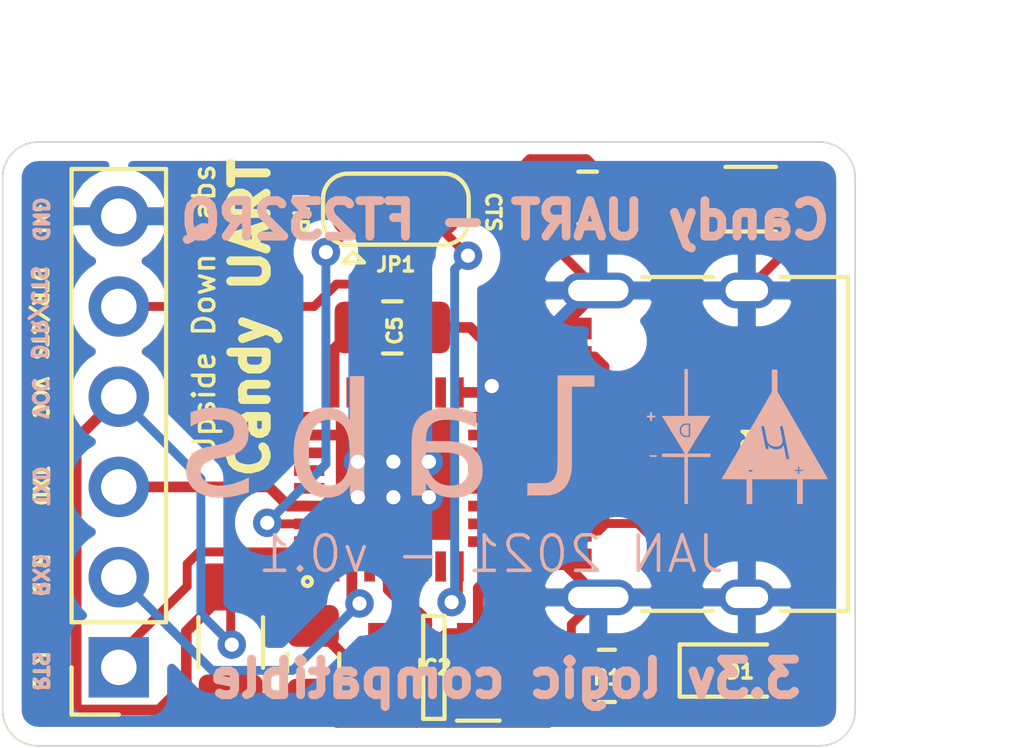
<source format=kicad_pcb>
(kicad_pcb (version 20171130) (host pcbnew 5.1.9-1.fc32)

  (general
    (thickness 1.6)
    (drawings 29)
    (tracks 149)
    (zones 0)
    (modules 13)
    (nets 34)
  )

  (page A4)
  (title_block
    (title "Candy UART")
    (date 2021-01-28)
    (rev v0.2)
    (company "Upside Down Labs")
    (comment 2 "Candy size UART bridge")
    (comment 3 "FT232RQ USB to UART Bridge")
    (comment 4 "Candy UART - FTDI FT232RQ")
  )

  (layers
    (0 F.Cu signal)
    (31 B.Cu signal)
    (32 B.Adhes user hide)
    (33 F.Adhes user hide)
    (34 B.Paste user hide)
    (35 F.Paste user hide)
    (36 B.SilkS user)
    (37 F.SilkS user)
    (38 B.Mask user hide)
    (39 F.Mask user hide)
    (40 Dwgs.User user)
    (41 Cmts.User user hide)
    (42 Eco1.User user hide)
    (43 Eco2.User user hide)
    (44 Edge.Cuts user)
    (45 Margin user hide)
    (46 B.CrtYd user hide)
    (47 F.CrtYd user)
    (48 B.Fab user hide)
    (49 F.Fab user hide)
  )

  (setup
    (last_trace_width 0.25)
    (user_trace_width 0.3)
    (user_trace_width 0.5)
    (trace_clearance 0.2)
    (zone_clearance 0.508)
    (zone_45_only no)
    (trace_min 0.2)
    (via_size 0.8)
    (via_drill 0.4)
    (via_min_size 0.4)
    (via_min_drill 0.3)
    (uvia_size 0.3)
    (uvia_drill 0.1)
    (uvias_allowed no)
    (uvia_min_size 0.2)
    (uvia_min_drill 0.1)
    (edge_width 0.05)
    (segment_width 0.2)
    (pcb_text_width 0.3)
    (pcb_text_size 1.5 1.5)
    (mod_edge_width 0.12)
    (mod_text_size 0.4 0.4)
    (mod_text_width 0.1)
    (pad_size 1.524 1.524)
    (pad_drill 0.762)
    (pad_to_mask_clearance 0)
    (aux_axis_origin 0 0)
    (visible_elements FFFFFF7F)
    (pcbplotparams
      (layerselection 0x010fc_ffffffff)
      (usegerberextensions false)
      (usegerberattributes true)
      (usegerberadvancedattributes true)
      (creategerberjobfile true)
      (excludeedgelayer true)
      (linewidth 0.100000)
      (plotframeref false)
      (viasonmask false)
      (mode 1)
      (useauxorigin false)
      (hpglpennumber 1)
      (hpglpenspeed 20)
      (hpglpendiameter 15.000000)
      (psnegative false)
      (psa4output false)
      (plotreference true)
      (plotvalue true)
      (plotinvisibletext false)
      (padsonsilk false)
      (subtractmaskfromsilk false)
      (outputformat 1)
      (mirror false)
      (drillshape 1)
      (scaleselection 1)
      (outputdirectory ""))
  )

  (net 0 "")
  (net 1 GND)
  (net 2 +5V)
  (net 3 +3V3)
  (net 4 RXD)
  (net 5 "Net-(IC1-Pad5)")
  (net 6 CTS)
  (net 7 "Net-(IC1-Pad12)")
  (net 8 "Net-(IC1-Pad13)")
  (net 9 D+)
  (net 10 D-)
  (net 11 "Net-(IC1-Pad23)")
  (net 12 "Net-(IC1-Pad25)")
  (net 13 "Net-(IC1-Pad27)")
  (net 14 "Net-(IC1-Pad28)")
  (net 15 "Net-(IC1-Pad29)")
  (net 16 TXD)
  (net 17 DTR)
  (net 18 RTS)
  (net 19 "Net-(P1-PadA5)")
  (net 20 "Net-(P1-PadB5)")
  (net 21 "Net-(IC1-Pad3)")
  (net 22 "Net-(IC1-Pad6)")
  (net 23 "Net-(IC1-Pad7)")
  (net 24 "Net-(IC1-Pad9)")
  (net 25 "Net-(IC1-Pad10)")
  (net 26 "Net-(IC1-Pad11)")
  (net 27 "Net-(IC1-Pad21)")
  (net 28 "Net-(IC1-Pad22)")
  (net 29 "Net-(J2-Pad5)")
  (net 30 "Net-(D1-Pad1)")
  (net 31 "Net-(IC1-Pad16)")
  (net 32 "Net-(IC1-Pad18)")
  (net 33 "Net-(IC2-Pad4)")

  (net_class Default "This is the default net class."
    (clearance 0.2)
    (trace_width 0.25)
    (via_dia 0.8)
    (via_drill 0.4)
    (uvia_dia 0.3)
    (uvia_drill 0.1)
    (add_net +3V3)
    (add_net +5V)
    (add_net CTS)
    (add_net D+)
    (add_net D-)
    (add_net DTR)
    (add_net GND)
    (add_net "Net-(D1-Pad1)")
    (add_net "Net-(IC1-Pad10)")
    (add_net "Net-(IC1-Pad11)")
    (add_net "Net-(IC1-Pad12)")
    (add_net "Net-(IC1-Pad13)")
    (add_net "Net-(IC1-Pad16)")
    (add_net "Net-(IC1-Pad18)")
    (add_net "Net-(IC1-Pad21)")
    (add_net "Net-(IC1-Pad22)")
    (add_net "Net-(IC1-Pad23)")
    (add_net "Net-(IC1-Pad25)")
    (add_net "Net-(IC1-Pad27)")
    (add_net "Net-(IC1-Pad28)")
    (add_net "Net-(IC1-Pad29)")
    (add_net "Net-(IC1-Pad3)")
    (add_net "Net-(IC1-Pad5)")
    (add_net "Net-(IC1-Pad6)")
    (add_net "Net-(IC1-Pad7)")
    (add_net "Net-(IC1-Pad9)")
    (add_net "Net-(IC2-Pad4)")
    (add_net "Net-(J2-Pad5)")
    (add_net "Net-(P1-PadA5)")
    (add_net "Net-(P1-PadB5)")
    (add_net RTS)
    (add_net RXD)
    (add_net TXD)
  )

  (module udlabs:udlabs_18.1x3.8 (layer B.Cu) (tedit 5FA14C9A) (tstamp 6012A56A)
    (at 177.2 72.29 180)
    (fp_text reference G*** (at -0.01 3.97) (layer B.SilkS) hide
      (effects (font (size 1.524 1.524) (thickness 0.3)) (justify mirror))
    )
    (fp_text value LOGO (at 0.24 -3.72) (layer B.SilkS) hide
      (effects (font (size 1.524 1.524) (thickness 0.3)) (justify mirror))
    )
    (fp_poly (pts (xy -5.039448 0.323733) (xy -5.015517 0.321055) (xy -4.995183 0.31621) (xy -4.977531 0.308886)
      (xy -4.961645 0.298769) (xy -4.946608 0.285548) (xy -4.943135 0.281994) (xy -4.926794 0.261006)
      (xy -4.914684 0.237301) (xy -4.906788 0.211701) (xy -4.90309 0.185027) (xy -4.903572 0.158101)
      (xy -4.908218 0.131745) (xy -4.917012 0.10678) (xy -4.929935 0.084029) (xy -4.946972 0.064312)
      (xy -4.947605 0.063722) (xy -4.96248 0.05112) (xy -4.977166 0.041457) (xy -4.99271 0.0344)
      (xy -5.010159 0.029615) (xy -5.030561 0.026768) (xy -5.054964 0.025525) (xy -5.067893 0.0254)
      (xy -5.111045 0.0254) (xy -5.111045 0.324556) (xy -5.067893 0.324556) (xy -5.039448 0.323733)) (layer B.SilkS) (width 0.01))
    (fp_poly (pts (xy -4.032956 0.581378) (xy -3.939823 0.581378) (xy -3.939823 0.539045) (xy -4.032956 0.539045)
      (xy -4.032956 0.443089) (xy -4.075289 0.443089) (xy -4.075289 0.539045) (xy -4.168423 0.539045)
      (xy -4.168423 0.581378) (xy -4.075289 0.581378) (xy -4.075289 0.674511) (xy -4.032956 0.674511)
      (xy -4.032956 0.581378)) (layer B.SilkS) (width 0.01))
    (fp_poly (pts (xy -4.024489 -0.567267) (xy -4.207934 -0.567267) (xy -4.207934 -0.5334) (xy -4.024489 -0.5334)
      (xy -4.024489 -0.567267)) (layer B.SilkS) (width 0.01))
    (fp_poly (pts (xy -1.425193 0.432506) (xy -1.425184 0.313577) (xy -1.425162 0.20029) (xy -1.425127 0.092641)
      (xy -1.425079 -0.009373) (xy -1.425019 -0.105754) (xy -1.424945 -0.196506) (xy -1.424859 -0.281632)
      (xy -1.424759 -0.361135) (xy -1.424647 -0.435017) (xy -1.424522 -0.503283) (xy -1.424383 -0.565934)
      (xy -1.424232 -0.622974) (xy -1.424068 -0.674406) (xy -1.423891 -0.720233) (xy -1.423701 -0.760458)
      (xy -1.423498 -0.795085) (xy -1.423282 -0.824115) (xy -1.423053 -0.847553) (xy -1.422811 -0.8654)
      (xy -1.422556 -0.877661) (xy -1.422288 -0.884338) (xy -1.422255 -0.884767) (xy -1.41759 -0.927771)
      (xy -1.411147 -0.969881) (xy -1.403158 -1.009944) (xy -1.393854 -1.046809) (xy -1.383469 -1.079321)
      (xy -1.382737 -1.081325) (xy -1.363818 -1.125912) (xy -1.34163 -1.165905) (xy -1.316154 -1.201321)
      (xy -1.287373 -1.232178) (xy -1.25527 -1.258495) (xy -1.219827 -1.280289) (xy -1.181026 -1.297579)
      (xy -1.171015 -1.301127) (xy -1.159693 -1.304593) (xy -1.145383 -1.308476) (xy -1.130635 -1.312095)
      (xy -1.126067 -1.313124) (xy -1.121355 -1.314122) (xy -1.116637 -1.315002) (xy -1.111538 -1.315773)
      (xy -1.105685 -1.316446) (xy -1.098703 -1.317027) (xy -1.090218 -1.317528) (xy -1.079854 -1.317955)
      (xy -1.067238 -1.318319) (xy -1.051996 -1.318628) (xy -1.033752 -1.318891) (xy -1.012133 -1.319118)
      (xy -0.986764 -1.319316) (xy -0.95727 -1.319496) (xy -0.923278 -1.319666) (xy -0.884412 -1.319834)
      (xy -0.840299 -1.320011) (xy -0.837495 -1.320022) (xy -0.575734 -1.321045) (xy -0.575734 -1.656644)
      (xy -0.850195 -1.656151) (xy -0.889353 -1.656072) (xy -0.927101 -1.655979) (xy -0.963031 -1.655874)
      (xy -0.996737 -1.655759) (xy -1.02781 -1.655636) (xy -1.055844 -1.655507) (xy -1.080432 -1.655373)
      (xy -1.101166 -1.655237) (xy -1.11764 -1.655101) (xy -1.129446 -1.654967) (xy -1.136177 -1.654835)
      (xy -1.137356 -1.654784) (xy -1.205283 -1.647812) (xy -1.269644 -1.636477) (xy -1.330479 -1.620758)
      (xy -1.387826 -1.600637) (xy -1.441725 -1.576093) (xy -1.492213 -1.547108) (xy -1.53933 -1.513661)
      (xy -1.583114 -1.475733) (xy -1.623605 -1.433306) (xy -1.655372 -1.393808) (xy -1.688145 -1.345728)
      (xy -1.717191 -1.294495) (xy -1.742564 -1.239929) (xy -1.764318 -1.181848) (xy -1.782508 -1.120072)
      (xy -1.797187 -1.054421) (xy -1.808409 -0.984714) (xy -1.816228 -0.910771) (xy -1.820377 -0.841022)
      (xy -1.820577 -0.833123) (xy -1.820772 -0.819769) (xy -1.820963 -0.801146) (xy -1.821148 -0.777443)
      (xy -1.821327 -0.748849) (xy -1.821501 -0.715552) (xy -1.821667 -0.677739) (xy -1.821827 -0.6356)
      (xy -1.821979 -0.589322) (xy -1.822123 -0.539093) (xy -1.822259 -0.485103) (xy -1.822386 -0.427538)
      (xy -1.822504 -0.366587) (xy -1.822612 -0.302439) (xy -1.82271 -0.235282) (xy -1.822798 -0.165304)
      (xy -1.822874 -0.092692) (xy -1.822939 -0.017636) (xy -1.822992 0.059676) (xy -1.823033 0.139056)
      (xy -1.823061 0.220317) (xy -1.823076 0.303269) (xy -1.823077 0.315371) (xy -1.823156 1.405443)
      (xy -2.13995 1.40616) (xy -2.456745 1.406878) (xy -2.457474 1.561395) (xy -2.458204 1.715911)
      (xy -1.425223 1.715911) (xy -1.425193 0.432506)) (layer B.SilkS) (width 0.01))
    (fp_poly (pts (xy 8.282767 0.809379) (xy 8.364249 0.803452) (xy 8.445675 0.794034) (xy 8.526401 0.781119)
      (xy 8.5471 0.777207) (xy 8.631519 0.759013) (xy 8.712157 0.738038) (xy 8.790341 0.713902)
      (xy 8.867398 0.686226) (xy 8.873772 0.683763) (xy 8.906933 0.670879) (xy 8.906933 0.477727)
      (xy 8.906902 0.445304) (xy 8.906814 0.414616) (xy 8.906672 0.386116) (xy 8.906483 0.360258)
      (xy 8.906252 0.337495) (xy 8.905982 0.318281) (xy 8.905681 0.303071) (xy 8.905352 0.292317)
      (xy 8.905001 0.286473) (xy 8.904775 0.285515) (xy 8.901711 0.287104) (xy 8.894518 0.290944)
      (xy 8.884023 0.296589) (xy 8.871055 0.303594) (xy 8.857503 0.310938) (xy 8.779608 0.350515)
      (xy 8.701668 0.384648) (xy 8.623132 0.413517) (xy 8.543452 0.437299) (xy 8.462077 0.456174)
      (xy 8.378459 0.470319) (xy 8.359363 0.472858) (xy 8.342427 0.474559) (xy 8.32093 0.476032)
      (xy 8.295949 0.477257) (xy 8.268563 0.478217) (xy 8.239852 0.478892) (xy 8.210893 0.479263)
      (xy 8.182765 0.479312) (xy 8.156547 0.47902) (xy 8.133317 0.478367) (xy 8.114155 0.477335)
      (xy 8.112115 0.47718) (xy 8.050963 0.470721) (xy 7.994648 0.461396) (xy 7.943128 0.449175)
      (xy 7.896361 0.434031) (xy 7.854304 0.415934) (xy 7.816917 0.394855) (xy 7.784155 0.370765)
      (xy 7.755977 0.343636) (xy 7.732341 0.313439) (xy 7.713205 0.280144) (xy 7.698526 0.243723)
      (xy 7.688262 0.204148) (xy 7.685009 0.184856) (xy 7.683361 0.168094) (xy 7.682463 0.147529)
      (xy 7.682297 0.124949) (xy 7.682847 0.102145) (xy 7.684096 0.080904) (xy 7.686026 0.063016)
      (xy 7.686165 0.062077) (xy 7.694735 0.021488) (xy 7.707662 -0.015702) (xy 7.724884 -0.049379)
      (xy 7.746336 -0.079432) (xy 7.771956 -0.105748) (xy 7.78886 -0.119373) (xy 7.810619 -0.133459)
      (xy 7.837788 -0.147713) (xy 7.870141 -0.162048) (xy 7.907448 -0.176372) (xy 7.949484 -0.190596)
      (xy 7.99602 -0.20463) (xy 8.024989 -0.212649) (xy 8.049026 -0.219005) (xy 8.07259 -0.225016)
      (xy 8.096323 -0.230824) (xy 8.120867 -0.236568) (xy 8.146866 -0.242386) (xy 8.174961 -0.24842)
      (xy 8.205794 -0.254808) (xy 8.240009 -0.261691) (xy 8.278248 -0.269207) (xy 8.321153 -0.277496)
      (xy 8.339422 -0.280995) (xy 8.366587 -0.286221) (xy 8.393087 -0.291386) (xy 8.418186 -0.296342)
      (xy 8.441145 -0.300941) (xy 8.461227 -0.305034) (xy 8.477694 -0.308472) (xy 8.489808 -0.311107)
      (xy 8.494804 -0.312271) (xy 8.5616 -0.330857) (xy 8.623906 -0.352822) (xy 8.681775 -0.378193)
      (xy 8.735259 -0.406998) (xy 8.784409 -0.439263) (xy 8.829278 -0.475016) (xy 8.857262 -0.501227)
      (xy 8.895271 -0.543015) (xy 8.928498 -0.587617) (xy 8.956991 -0.635132) (xy 8.980796 -0.685658)
      (xy 8.999962 -0.739297) (xy 9.014534 -0.796147) (xy 9.024232 -0.853722) (xy 9.027038 -0.88088)
      (xy 9.029037 -0.911553) (xy 9.030181 -0.943821) (xy 9.030421 -0.975765) (xy 9.029707 -1.005467)
      (xy 9.02857 -1.024467) (xy 9.021101 -1.089819) (xy 9.009339 -1.151594) (xy 8.993208 -1.209965)
      (xy 8.972635 -1.265103) (xy 8.947544 -1.317179) (xy 8.917861 -1.366367) (xy 8.883512 -1.412838)
      (xy 8.844423 -1.456763) (xy 8.8392 -1.462084) (xy 8.793024 -1.504715) (xy 8.742957 -1.543442)
      (xy 8.688968 -1.578279) (xy 8.631026 -1.609237) (xy 8.569099 -1.636328) (xy 8.503157 -1.659563)
      (xy 8.433168 -1.678955) (xy 8.359102 -1.694515) (xy 8.280928 -1.706254) (xy 8.198614 -1.714186)
      (xy 8.172137 -1.71588) (xy 8.153409 -1.716727) (xy 8.131196 -1.717388) (xy 8.106751 -1.717856)
      (xy 8.081328 -1.718125) (xy 8.056179 -1.718187) (xy 8.03256 -1.718036) (xy 8.011722 -1.717666)
      (xy 7.994921 -1.717068) (xy 7.991122 -1.71686) (xy 7.963261 -1.715025) (xy 7.934786 -1.712884)
      (xy 7.907235 -1.710567) (xy 7.882148 -1.708204) (xy 7.861063 -1.705925) (xy 7.859889 -1.705786)
      (xy 7.787718 -1.695819) (xy 7.711821 -1.682812) (xy 7.63309 -1.666967) (xy 7.55242 -1.648484)
      (xy 7.470703 -1.627569) (xy 7.388832 -1.604421) (xy 7.322961 -1.584156) (xy 7.272866 -1.568168)
      (xy 7.272866 -1.160359) (xy 7.330016 -1.188005) (xy 7.411308 -1.22591) (xy 7.489624 -1.259476)
      (xy 7.565429 -1.288835) (xy 7.639189 -1.314121) (xy 7.71137 -1.335468) (xy 7.782439 -1.353009)
      (xy 7.852861 -1.366877) (xy 7.923102 -1.377206) (xy 7.993628 -1.384128) (xy 8.021486 -1.385944)
      (xy 8.05153 -1.387319) (xy 8.078638 -1.387813) (xy 8.105451 -1.387427) (xy 8.134607 -1.386163)
      (xy 8.137172 -1.386021) (xy 8.188006 -1.382261) (xy 8.234229 -1.376847) (xy 8.276682 -1.369584)
      (xy 8.316203 -1.360279) (xy 8.353635 -1.348738) (xy 8.389818 -1.334769) (xy 8.4201 -1.320898)
      (xy 8.462155 -1.297676) (xy 8.499407 -1.271528) (xy 8.531944 -1.242342) (xy 8.55986 -1.210002)
      (xy 8.583243 -1.174393) (xy 8.602187 -1.135401) (xy 8.616781 -1.09291) (xy 8.623849 -1.063978)
      (xy 8.625918 -1.052263) (xy 8.627363 -1.039318) (xy 8.628261 -1.023967) (xy 8.628686 -1.005037)
      (xy 8.62874 -0.987778) (xy 8.628639 -0.968915) (xy 8.628366 -0.954513) (xy 8.627799 -0.943391)
      (xy 8.626819 -0.934364) (xy 8.625305 -0.92625) (xy 8.623137 -0.917867) (xy 8.620849 -0.910167)
      (xy 8.607294 -0.874943) (xy 8.588703 -0.84161) (xy 8.56503 -0.81013) (xy 8.536229 -0.780466)
      (xy 8.502251 -0.752581) (xy 8.463052 -0.726436) (xy 8.418583 -0.701994) (xy 8.368799 -0.679217)
      (xy 8.313651 -0.658068) (xy 8.302981 -0.654372) (xy 8.280984 -0.647088) (xy 8.258496 -0.640102)
      (xy 8.234964 -0.633278) (xy 8.209833 -0.626482) (xy 8.182547 -0.619577) (xy 8.152553 -0.612429)
      (xy 8.119297 -0.604901) (xy 8.082222 -0.59686) (xy 8.040776 -0.588168) (xy 7.994403 -0.578691)
      (xy 7.986889 -0.577173) (xy 7.963883 -0.572482) (xy 7.940153 -0.567555) (xy 7.917014 -0.562669)
      (xy 7.895778 -0.558105) (xy 7.87776 -0.554141) (xy 7.866944 -0.551682) (xy 7.800705 -0.534619)
      (xy 7.737859 -0.515046) (xy 7.678704 -0.493106) (xy 7.623541 -0.468937) (xy 7.57267 -0.442679)
      (xy 7.526391 -0.414474) (xy 7.485002 -0.384459) (xy 7.456311 -0.359886) (xy 7.419274 -0.322009)
      (xy 7.386719 -0.281061) (xy 7.358583 -0.236911) (xy 7.334801 -0.189426) (xy 7.31531 -0.138475)
      (xy 7.300047 -0.083927) (xy 7.288948 -0.02565) (xy 7.286555 -0.008467) (xy 7.284956 0.008345)
      (xy 7.283807 0.029573) (xy 7.283098 0.054006) (xy 7.282822 0.080433) (xy 7.28297 0.107646)
      (xy 7.283533 0.134432) (xy 7.284503 0.159583) (xy 7.285872 0.181888) (xy 7.287631 0.200136)
      (xy 7.28803 0.2032) (xy 7.299092 0.265983) (xy 7.314526 0.325219) (xy 7.334368 0.380975)
      (xy 7.358653 0.433316) (xy 7.387416 0.482307) (xy 7.420691 0.528013) (xy 7.458513 0.570501)
      (xy 7.500918 0.609835) (xy 7.508522 0.616161) (xy 7.55734 0.652913) (xy 7.609055 0.68549)
      (xy 7.664015 0.714058) (xy 7.722564 0.738788) (xy 7.78505 0.759847) (xy 7.828844 0.771874)
      (xy 7.897109 0.786799) (xy 7.96919 0.79826) (xy 8.044442 0.806254) (xy 8.122219 0.810775)
      (xy 8.201875 0.811818) (xy 8.282767 0.809379)) (layer B.SilkS) (width 0.01))
    (fp_poly (pts (xy 4.420299 1.070675) (xy 4.421011 0.448016) (xy 4.438876 0.478008) (xy 4.472975 0.52996)
      (xy 4.510856 0.577753) (xy 4.552422 0.621325) (xy 4.597574 0.660613) (xy 4.646212 0.695555)
      (xy 4.698237 0.72609) (xy 4.753551 0.752155) (xy 4.812053 0.773688) (xy 4.873646 0.790627)
      (xy 4.93823 0.80291) (xy 4.961918 0.806146) (xy 4.980983 0.807961) (xy 5.004346 0.809348)
      (xy 5.030673 0.810298) (xy 5.058635 0.810802) (xy 5.086899 0.810852) (xy 5.114133 0.810438)
      (xy 5.139007 0.809553) (xy 5.160187 0.808187) (xy 5.167489 0.807487) (xy 5.238133 0.797413)
      (xy 5.305442 0.78281) (xy 5.369532 0.763613) (xy 5.430522 0.739758) (xy 5.488532 0.71118)
      (xy 5.543678 0.677813) (xy 5.596081 0.639592) (xy 5.645858 0.596453) (xy 5.693129 0.54833)
      (xy 5.73801 0.495159) (xy 5.739036 0.493849) (xy 5.780551 0.436471) (xy 5.818848 0.374702)
      (xy 5.853758 0.3089) (xy 5.885111 0.239427) (xy 5.912738 0.16664) (xy 5.93647 0.090898)
      (xy 5.946383 0.053778) (xy 5.963078 -0.020369) (xy 5.976868 -0.098691) (xy 5.987712 -0.180498)
      (xy 5.99557 -0.265101) (xy 6.000403 -0.351811) (xy 6.002168 -0.439939) (xy 6.000828 -0.528795)
      (xy 5.99634 -0.617691) (xy 5.990012 -0.692855) (xy 5.978736 -0.78401) (xy 5.963532 -0.871691)
      (xy 5.944439 -0.955807) (xy 5.921496 -1.036264) (xy 5.894741 -1.11297) (xy 5.864214 -1.185833)
      (xy 5.829951 -1.254761) (xy 5.791993 -1.319662) (xy 5.750377 -1.380442) (xy 5.705143 -1.437009)
      (xy 5.658064 -1.48755) (xy 5.609339 -1.532303) (xy 5.557977 -1.572171) (xy 5.503896 -1.607189)
      (xy 5.447019 -1.637393) (xy 5.387264 -1.662818) (xy 5.324552 -1.683498) (xy 5.258803 -1.69947)
      (xy 5.189938 -1.710768) (xy 5.140973 -1.715825) (xy 5.126877 -1.716701) (xy 5.109543 -1.717395)
      (xy 5.090181 -1.717897) (xy 5.069997 -1.718196) (xy 5.0502 -1.718284) (xy 5.031996 -1.718151)
      (xy 5.016594 -1.717788) (xy 5.005201 -1.717184) (xy 5.002389 -1.716915) (xy 4.996111 -1.716242)
      (xy 4.985797 -1.715187) (xy 4.973027 -1.713911) (xy 4.962877 -1.712914) (xy 4.909936 -1.705536)
      (xy 4.856243 -1.693845) (xy 4.803094 -1.678245) (xy 4.751783 -1.65914) (xy 4.703605 -1.636935)
      (xy 4.68157 -1.625065) (xy 4.645159 -1.602262) (xy 4.608254 -1.57514) (xy 4.572081 -1.544757)
      (xy 4.537867 -1.51217) (xy 4.506839 -1.478436) (xy 4.495477 -1.464711) (xy 4.482774 -1.448093)
      (xy 4.468259 -1.427835) (xy 4.452832 -1.40525) (xy 4.437391 -1.381647) (xy 4.425769 -1.363133)
      (xy 4.419695 -1.353255) (xy 4.419647 -1.50495) (xy 4.4196 -1.656644) (xy 4.024489 -1.656644)
      (xy 4.024489 -0.448315) (xy 4.42015 -0.448315) (xy 4.421082 -0.527724) (xy 4.424684 -0.605397)
      (xy 4.430901 -0.680681) (xy 4.439677 -0.752927) (xy 4.450954 -0.821483) (xy 4.464678 -0.885696)
      (xy 4.467587 -0.897467) (xy 4.486254 -0.963034) (xy 4.507914 -1.023943) (xy 4.53255 -1.080171)
      (xy 4.56014 -1.131691) (xy 4.590668 -1.178482) (xy 4.624112 -1.220516) (xy 4.660455 -1.257772)
      (xy 4.699677 -1.290223) (xy 4.74176 -1.317845) (xy 4.786683 -1.340615) (xy 4.826418 -1.355914)
      (xy 4.854191 -1.364107) (xy 4.884928 -1.371345) (xy 4.915958 -1.377049) (xy 4.936066 -1.379777)
      (xy 4.956019 -1.381376) (xy 4.979804 -1.382264) (xy 5.005655 -1.382455) (xy 5.031807 -1.381966)
      (xy 5.056494 -1.380815) (xy 5.077951 -1.379018) (xy 5.083268 -1.378385) (xy 5.136162 -1.369081)
      (xy 5.185814 -1.35522) (xy 5.232361 -1.336718) (xy 5.275939 -1.31349) (xy 5.316682 -1.28545)
      (xy 5.354726 -1.252514) (xy 5.390207 -1.214596) (xy 5.423259 -1.171612) (xy 5.431246 -1.159933)
      (xy 5.441142 -1.144007) (xy 5.45233 -1.124139) (xy 5.464137 -1.101682) (xy 5.475889 -1.077984)
      (xy 5.486913 -1.054397) (xy 5.496537 -1.03227) (xy 5.502843 -1.016343) (xy 5.522123 -0.958871)
      (xy 5.538927 -0.896631) (xy 5.553208 -0.829951) (xy 5.564918 -0.759158) (xy 5.574009 -0.684579)
      (xy 5.580432 -0.606544) (xy 5.584141 -0.525378) (xy 5.585122 -0.452967) (xy 5.583538 -0.362709)
      (xy 5.578946 -0.276857) (xy 5.571357 -0.195451) (xy 5.560781 -0.11853) (xy 5.547231 -0.046135)
      (xy 5.530718 0.021694) (xy 5.511252 0.084916) (xy 5.488844 0.14349) (xy 5.463507 0.197378)
      (xy 5.435251 0.246537) (xy 5.404087 0.290929) (xy 5.370026 0.330512) (xy 5.367424 0.333215)
      (xy 5.330096 0.367711) (xy 5.289604 0.397606) (xy 5.246144 0.422833) (xy 5.199912 0.443327)
      (xy 5.151106 0.459022) (xy 5.099919 0.469851) (xy 5.04655 0.475749) (xy 4.991193 0.47665)
      (xy 4.948766 0.474033) (xy 4.894199 0.466353) (xy 4.842561 0.453849) (xy 4.793857 0.43653)
      (xy 4.748094 0.4144) (xy 4.705278 0.387466) (xy 4.665417 0.355736) (xy 4.628516 0.319214)
      (xy 4.594581 0.277909) (xy 4.56362 0.231825) (xy 4.535638 0.18097) (xy 4.510642 0.12535)
      (xy 4.488638 0.064971) (xy 4.469634 -0.000161) (xy 4.467512 -0.008467) (xy 4.457603 -0.050452)
      (xy 4.449082 -0.092426) (xy 4.441841 -0.135239) (xy 4.435774 -0.179738) (xy 4.430771 -0.226774)
      (xy 4.426726 -0.277195) (xy 4.42353 -0.33185) (xy 4.421945 -0.367822) (xy 4.42015 -0.448315)
      (xy 4.024489 -0.448315) (xy 4.024489 1.693333) (xy 4.419587 1.693333) (xy 4.420299 1.070675)) (layer B.SilkS) (width 0.01))
    (fp_poly (pts (xy 1.80318 0.807672) (xy 1.860443 0.802725) (xy 1.939512 0.792291) (xy 2.015136 0.777665)
      (xy 2.087242 0.758877) (xy 2.155757 0.735958) (xy 2.220609 0.70894) (xy 2.281726 0.677854)
      (xy 2.339036 0.64273) (xy 2.392465 0.603601) (xy 2.441941 0.560498) (xy 2.456744 0.546054)
      (xy 2.492274 0.508287) (xy 2.524059 0.469808) (xy 2.552289 0.430158) (xy 2.577148 0.388875)
      (xy 2.598824 0.3455) (xy 2.617504 0.299572) (xy 2.633375 0.25063) (xy 2.646623 0.198214)
      (xy 2.657435 0.141864) (xy 2.665999 0.081118) (xy 2.672501 0.015518) (xy 2.672615 0.014111)
      (xy 2.673541 0.002436) (xy 2.674403 -0.008915) (xy 2.675205 -0.020167) (xy 2.675949 -0.031543)
      (xy 2.676637 -0.043269) (xy 2.677272 -0.055571) (xy 2.677857 -0.068672) (xy 2.678394 -0.082799)
      (xy 2.678886 -0.098175) (xy 2.679336 -0.115026) (xy 2.679746 -0.133577) (xy 2.680118 -0.154052)
      (xy 2.680455 -0.176678) (xy 2.680761 -0.201677) (xy 2.681037 -0.229277) (xy 2.681286 -0.259701)
      (xy 2.681511 -0.293174) (xy 2.681714 -0.329922) (xy 2.681898 -0.370169) (xy 2.682066 -0.41414)
      (xy 2.68222 -0.462061) (xy 2.682362 -0.514156) (xy 2.682496 -0.57065) (xy 2.682624 -0.631768)
      (xy 2.682748 -0.697735) (xy 2.682872 -0.768776) (xy 2.682997 -0.845116) (xy 2.683066 -0.888294)
      (xy 2.684282 -1.656644) (xy 2.286042 -1.656644) (xy 2.285315 -1.478789) (xy 2.284589 -1.300935)
      (xy 2.255958 -1.344028) (xy 2.215462 -1.400716) (xy 2.172524 -1.452462) (xy 2.127 -1.499351)
      (xy 2.078747 -1.541469) (xy 2.02762 -1.578901) (xy 1.973477 -1.611732) (xy 1.916173 -1.640047)
      (xy 1.855564 -1.663933) (xy 1.791508 -1.683473) (xy 1.723859 -1.698755) (xy 1.652476 -1.709862)
      (xy 1.636453 -1.711732) (xy 1.61905 -1.71327) (xy 1.597295 -1.714605) (xy 1.572337 -1.715715)
      (xy 1.545325 -1.716579) (xy 1.517409 -1.717177) (xy 1.489738 -1.717489) (xy 1.463461 -1.717493)
      (xy 1.439729 -1.717169) (xy 1.41969 -1.716497) (xy 1.408673 -1.715823) (xy 1.336336 -1.707789)
      (xy 1.267416 -1.695267) (xy 1.201897 -1.678251) (xy 1.139764 -1.656734) (xy 1.081001 -1.63071)
      (xy 1.025593 -1.600173) (xy 0.973525 -1.565116) (xy 0.924781 -1.525533) (xy 0.903449 -1.505782)
      (xy 0.861509 -1.461453) (xy 0.823968 -1.413635) (xy 0.790916 -1.362491) (xy 0.762449 -1.308184)
      (xy 0.738659 -1.250877) (xy 0.71964 -1.190733) (xy 0.716748 -1.179689) (xy 0.708634 -1.144989)
      (xy 0.702267 -1.111238) (xy 0.697508 -1.077188) (xy 0.69422 -1.041594) (xy 0.692264 -1.003208)
      (xy 0.691505 -0.960785) (xy 0.691484 -0.951089) (xy 0.691996 -0.931333) (xy 1.086665 -0.931333)
      (xy 1.088812 -0.985815) (xy 1.095286 -1.03675) (xy 1.106141 -1.084277) (xy 1.121431 -1.128536)
      (xy 1.141207 -1.169665) (xy 1.165523 -1.207804) (xy 1.194432 -1.243091) (xy 1.21252 -1.261536)
      (xy 1.247113 -1.291156) (xy 1.284956 -1.316733) (xy 1.326223 -1.338334) (xy 1.371093 -1.356027)
      (xy 1.419741 -1.369883) (xy 1.472343 -1.379968) (xy 1.529076 -1.386351) (xy 1.535289 -1.38681)
      (xy 1.54878 -1.387335) (xy 1.566545 -1.387406) (xy 1.587232 -1.387074) (xy 1.609493 -1.386387)
      (xy 1.631978 -1.385395) (xy 1.653337 -1.384148) (xy 1.672222 -1.382693) (xy 1.685322 -1.381331)
      (xy 1.746136 -1.371212) (xy 1.804164 -1.356228) (xy 1.85932 -1.33647) (xy 1.911519 -1.312028)
      (xy 1.960676 -1.282994) (xy 2.006707 -1.249457) (xy 2.049526 -1.21151) (xy 2.089048 -1.169242)
      (xy 2.125188 -1.122744) (xy 2.157862 -1.072108) (xy 2.186985 -1.017424) (xy 2.212471 -0.958782)
      (xy 2.234235 -0.896274) (xy 2.252193 -0.82999) (xy 2.26611 -0.760904) (xy 2.271275 -0.727732)
      (xy 2.275509 -0.694382) (xy 2.2789 -0.659795) (xy 2.281535 -0.622912) (xy 2.283501 -0.582676)
      (xy 2.284885 -0.538027) (xy 2.285042 -0.531137) (xy 2.286916 -0.445619) (xy 1.969663 -0.446733)
      (xy 1.919257 -0.446919) (xy 1.874157 -0.447106) (xy 1.834025 -0.447301) (xy 1.798522 -0.447509)
      (xy 1.767309 -0.447735) (xy 1.740049 -0.447985) (xy 1.716404 -0.448264) (xy 1.696033 -0.448578)
      (xy 1.678601 -0.448932) (xy 1.663767 -0.449331) (xy 1.651193 -0.449782) (xy 1.640542 -0.45029)
      (xy 1.631474 -0.45086) (xy 1.623652 -0.451498) (xy 1.616736 -0.452209) (xy 1.614311 -0.452495)
      (xy 1.55948 -0.460098) (xy 1.509457 -0.469011) (xy 1.463517 -0.479425) (xy 1.420936 -0.49153)
      (xy 1.380991 -0.505516) (xy 1.342955 -0.521573) (xy 1.332089 -0.526688) (xy 1.293582 -0.546964)
      (xy 1.259382 -0.568788) (xy 1.228188 -0.593044) (xy 1.209728 -0.609748) (xy 1.17892 -0.642488)
      (xy 1.152722 -0.677562) (xy 1.131037 -0.715223) (xy 1.113768 -0.755724) (xy 1.100819 -0.799319)
      (xy 1.092092 -0.84626) (xy 1.08749 -0.896802) (xy 1.086665 -0.931333) (xy 0.691996 -0.931333)
      (xy 0.693185 -0.885569) (xy 0.698298 -0.824094) (xy 0.706899 -0.766157) (xy 0.719063 -0.71125)
      (xy 0.734868 -0.658864) (xy 0.735593 -0.656766) (xy 0.758667 -0.598577) (xy 0.786247 -0.543774)
      (xy 0.818319 -0.492369) (xy 0.854867 -0.444371) (xy 0.895875 -0.399791) (xy 0.941327 -0.358637)
      (xy 0.991209 -0.320921) (xy 1.045504 -0.286652) (xy 1.104196 -0.255841) (xy 1.167271 -0.228496)
      (xy 1.234713 -0.204629) (xy 1.306505 -0.184249) (xy 1.382633 -0.167366) (xy 1.463081 -0.15399)
      (xy 1.533877 -0.145483) (xy 1.549846 -0.14394) (xy 1.56563 -0.14256) (xy 1.58162 -0.141334)
      (xy 1.598207 -0.140254) (xy 1.615781 -0.139311) (xy 1.634732 -0.138495) (xy 1.655453 -0.1378)
      (xy 1.678332 -0.137215) (xy 1.703762 -0.136731) (xy 1.732132 -0.136341) (xy 1.763833 -0.136035)
      (xy 1.799256 -0.135805) (xy 1.838792 -0.135642) (xy 1.88283 -0.135537) (xy 1.931763 -0.135481)
      (xy 1.981513 -0.135467) (xy 2.286 -0.135467) (xy 2.28599 -0.100894) (xy 2.284372 -0.035383)
      (xy 2.279511 0.025579) (xy 2.271338 0.082111) (xy 2.259784 0.134332) (xy 2.244781 0.18236)
      (xy 2.22626 0.226314) (xy 2.20415 0.266313) (xy 2.178385 0.302475) (xy 2.148894 0.33492)
      (xy 2.115609 0.363765) (xy 2.078461 0.389131) (xy 2.037381 0.411134) (xy 1.9923 0.429895)
      (xy 1.974226 0.436158) (xy 1.924854 0.450165) (xy 1.871264 0.461203) (xy 1.814046 0.469261)
      (xy 1.753787 0.474331) (xy 1.691076 0.476404) (xy 1.626503 0.475469) (xy 1.560655 0.471517)
      (xy 1.494122 0.464539) (xy 1.427491 0.454525) (xy 1.381175 0.445718) (xy 1.28872 0.423733)
      (xy 1.196589 0.39613) (xy 1.104756 0.362902) (xy 1.053436 0.341828) (xy 1.037171 0.334616)
      (xy 1.017355 0.325439) (xy 0.995162 0.314875) (xy 0.971763 0.303502) (xy 0.948333 0.291897)
      (xy 0.926043 0.280639) (xy 0.906067 0.270304) (xy 0.889578 0.261472) (xy 0.884042 0.258387)
      (xy 0.866384 0.248388) (xy 0.867108 0.446186) (xy 0.867833 0.643984) (xy 0.884766 0.650898)
      (xy 0.892416 0.653841) (xy 0.904376 0.658218) (xy 0.919607 0.66366) (xy 0.937071 0.669797)
      (xy 0.955728 0.676259) (xy 0.963789 0.679022) (xy 1.065377 0.71185) (xy 1.164222 0.739954)
      (xy 1.260608 0.763372) (xy 1.354818 0.782143) (xy 1.447137 0.796307) (xy 1.537849 0.805903)
      (xy 1.627238 0.810969) (xy 1.715587 0.811546) (xy 1.80318 0.807672)) (layer B.SilkS) (width 0.01))
    (fp_poly (pts (xy -4.998156 0.575758) (xy -4.36613 0.574322) (xy -4.689168 0.045156) (xy -5.012205 -0.484011)
      (xy -4.689092 -0.484728) (xy -4.365978 -0.485446) (xy -4.365978 -0.575709) (xy -4.681361 -0.576427)
      (xy -4.996745 -0.577144) (xy -4.997456 -1.235428) (xy -4.998168 -1.893711) (xy -5.088467 -1.893711)
      (xy -5.088467 -0.575733) (xy -5.720645 -0.575733) (xy -5.720645 -0.485422) (xy -5.394678 -0.485422)
      (xy -5.352292 -0.485412) (xy -5.311511 -0.485384) (xy -5.272687 -0.485337) (xy -5.236173 -0.485275)
      (xy -5.20232 -0.485197) (xy -5.171478 -0.485105) (xy -5.144001 -0.485001) (xy -5.120238 -0.484886)
      (xy -5.100543 -0.48476) (xy -5.085266 -0.484626) (xy -5.074759 -0.484484) (xy -5.069374 -0.484335)
      (xy -5.068711 -0.484261) (xy -5.070167 -0.481782) (xy -5.074445 -0.474712) (xy -5.081413 -0.463269)
      (xy -5.090935 -0.447671) (xy -5.10288 -0.428136) (xy -5.117113 -0.404881) (xy -5.1335 -0.378125)
      (xy -5.151909 -0.348084) (xy -5.172206 -0.314978) (xy -5.194257 -0.279023) (xy -5.217928 -0.240438)
      (xy -5.243087 -0.19944) (xy -5.2696 -0.156247) (xy -5.297332 -0.111077) (xy -5.326151 -0.064148)
      (xy -5.355923 -0.015677) (xy -5.386515 0.034117) (xy -5.393267 0.045107) (xy -5.424019 0.095161)
      (xy -5.453981 0.143939) (xy -5.483019 0.191224) (xy -5.511 0.236797) (xy -5.537789 0.280441)
      (xy -5.563254 0.321937) (xy -5.584064 0.355857) (xy -5.161845 0.355857) (xy -5.161845 0.138826)
      (xy -5.161828 0.107233) (xy -5.161765 0.08045) (xy -5.161629 0.05806) (xy -5.161392 0.039645)
      (xy -5.161028 0.024788) (xy -5.160508 0.013072) (xy -5.159805 0.00408) (xy -5.158891 -0.002606)
      (xy -5.157738 -0.007403) (xy -5.15632 -0.010727) (xy -5.154608 -0.012998) (xy -5.152576 -0.014631)
      (xy -5.150195 -0.016044) (xy -5.149145 -0.016637) (xy -5.144019 -0.017859) (xy -5.134214 -0.018715)
      (xy -5.120682 -0.019226) (xy -5.104375 -0.019414) (xy -5.086245 -0.019299) (xy -5.067244 -0.018904)
      (xy -5.048324 -0.018249) (xy -5.030437 -0.017356) (xy -5.014535 -0.016246) (xy -5.00157 -0.014939)
      (xy -4.992494 -0.013458) (xy -4.9911 -0.013107) (xy -4.960776 -0.00182) (xy -4.933405 0.0141)
      (xy -4.909383 0.034253) (xy -4.889106 0.058239) (xy -4.872969 0.085658) (xy -4.86137 0.116111)
      (xy -4.860687 0.118533) (xy -4.858381 0.128782) (xy -4.856863 0.140532) (xy -4.856024 0.155076)
      (xy -4.855757 0.173709) (xy -4.855762 0.1778) (xy -4.855906 0.19451) (xy -4.856337 0.20701)
      (xy -4.857233 0.216732) (xy -4.858776 0.225109) (xy -4.861146 0.233574) (xy -4.863731 0.2413)
      (xy -4.872498 0.263591) (xy -4.882397 0.282188) (xy -4.894647 0.299044) (xy -4.910445 0.31609)
      (xy -4.929936 0.333323) (xy -4.950053 0.346557) (xy -4.972776 0.356988) (xy -4.985456 0.361436)
      (xy -4.992116 0.363447) (xy -4.998717 0.365017) (xy -5.006113 0.366218) (xy -5.01516 0.367122)
      (xy -5.026713 0.367799) (xy -5.041628 0.368323) (xy -5.060761 0.368763) (xy -5.076321 0.369047)
      (xy -5.147431 0.370271) (xy -5.161845 0.355857) (xy -5.584064 0.355857) (xy -5.587261 0.361068)
      (xy -5.609676 0.397617) (xy -5.630366 0.431365) (xy -5.649197 0.462094) (xy -5.666036 0.489587)
      (xy -5.680749 0.513626) (xy -5.693202 0.533993) (xy -5.703263 0.55047) (xy -5.710797 0.56284)
      (xy -5.715672 0.570884) (xy -5.717753 0.574385) (xy -5.717823 0.574523) (xy -5.71506 0.574684)
      (xy -5.707011 0.574837) (xy -5.694033 0.574984) (xy -5.676484 0.575121) (xy -5.654722 0.575248)
      (xy -5.629104 0.575364) (xy -5.59999 0.575466) (xy -5.567735 0.575554) (xy -5.532699 0.575626)
      (xy -5.495238 0.57568) (xy -5.455712 0.575716) (xy -5.414477 0.575733) (xy -5.088467 0.575733)
      (xy -5.088467 1.896533) (xy -4.998156 1.896533) (xy -4.998156 0.575758)) (layer B.SilkS) (width 0.01))
    (fp_poly (pts (xy -7.45903 1.564217) (xy -7.458927 1.251656) (xy -6.752433 0.026811) (xy -6.045939 -1.198033)
      (xy -6.396937 -1.19875) (xy -6.747934 -1.199466) (xy -6.747934 -1.899355) (xy -6.897511 -1.899355)
      (xy -6.897511 -1.199444) (xy -8.170334 -1.199444) (xy -8.170334 -1.899355) (xy -8.319911 -1.899355)
      (xy -8.319911 -1.199444) (xy -8.6741 -1.199444) (xy -8.734421 -1.199422) (xy -8.789123 -1.199354)
      (xy -8.838202 -1.199241) (xy -8.881658 -1.199082) (xy -8.919487 -1.198878) (xy -8.951686 -1.19863)
      (xy -8.978254 -1.198336) (xy -8.999188 -1.197996) (xy -9.014486 -1.197612) (xy -9.024145 -1.197183)
      (xy -9.028163 -1.196708) (xy -9.028289 -1.196602) (xy -9.02689 -1.194003) (xy -9.022749 -1.186665)
      (xy -9.015951 -1.174733) (xy -9.00658 -1.158355) (xy -8.99472 -1.137676) (xy -8.980456 -1.112843)
      (xy -8.963872 -1.084003) (xy -8.945053 -1.0513) (xy -8.924082 -1.014883) (xy -8.901046 -0.974897)
      (xy -8.879192 -0.936978) (xy -8.322734 -0.936978) (xy -8.322734 -0.976489) (xy -8.232423 -0.976489)
      (xy -8.232423 -1.0668) (xy -8.190089 -1.0668) (xy -8.190089 -0.976489) (xy -8.099778 -0.976489)
      (xy -8.099778 -0.9398) (xy -6.911623 -0.9398) (xy -6.911623 -0.9906) (xy -6.801556 -0.9906)
      (xy -6.801556 -0.9398) (xy -6.911623 -0.9398) (xy -8.099778 -0.9398) (xy -8.099778 -0.936978)
      (xy -8.190089 -0.936978) (xy -8.190089 -0.843844) (xy -8.232423 -0.843844) (xy -8.232423 -0.936978)
      (xy -8.322734 -0.936978) (xy -8.879192 -0.936978) (xy -8.876027 -0.931488) (xy -8.849111 -0.884804)
      (xy -8.820381 -0.834989) (xy -8.789923 -0.782192) (xy -8.75782 -0.726557) (xy -8.724157 -0.668232)
      (xy -8.69255 -0.613479) (xy -7.944556 -0.613479) (xy -7.942357 -0.627992) (xy -7.936048 -0.638881)
      (xy -7.926058 -0.645872) (xy -7.912818 -0.648694) (xy -7.896757 -0.647075) (xy -7.892973 -0.646119)
      (xy -7.881286 -0.640731) (xy -7.869746 -0.6319) (xy -7.860558 -0.62144) (xy -7.85817 -0.617471)
      (xy -7.857146 -0.613857) (xy -7.855128 -0.605284) (xy -7.852234 -0.592325) (xy -7.848584 -0.575556)
      (xy -7.844295 -0.55555) (xy -7.839487 -0.532882) (xy -7.834278 -0.508125) (xy -7.828787 -0.481855)
      (xy -7.823133 -0.454646) (xy -7.817433 -0.427071) (xy -7.811807 -0.399706) (xy -7.806374 -0.373124)
      (xy -7.801252 -0.347899) (xy -7.796559 -0.324607) (xy -7.792415 -0.30382) (xy -7.788937 -0.286115)
      (xy -7.786246 -0.272064) (xy -7.784458 -0.262242) (xy -7.783694 -0.257223) (xy -7.783674 -0.256886)
      (xy -7.782353 -0.25842) (xy -7.778848 -0.263793) (xy -7.773824 -0.271971) (xy -7.771912 -0.275167)
      (xy -7.760514 -0.29161) (xy -7.746147 -0.308254) (xy -7.730233 -0.32369) (xy -7.714194 -0.336511)
      (xy -7.702622 -0.343733) (xy -7.678978 -0.354837) (xy -7.655623 -0.362647) (xy -7.630999 -0.367516)
      (xy -7.603548 -0.369797) (xy -7.586243 -0.370074) (xy -7.544334 -0.367203) (xy -7.503895 -0.358922)
      (xy -7.465179 -0.345333) (xy -7.428444 -0.326539) (xy -7.393944 -0.302642) (xy -7.373097 -0.284662)
      (xy -7.364999 -0.277233) (xy -7.358721 -0.271753) (xy -7.355175 -0.269004) (xy -7.354711 -0.268888)
      (xy -7.355246 -0.272087) (xy -7.356684 -0.279555) (xy -7.358782 -0.290037) (xy -7.360356 -0.297744)
      (xy -7.362794 -0.310273) (xy -7.364702 -0.321374) (xy -7.365819 -0.329451) (xy -7.366 -0.332062)
      (xy -7.363499 -0.343857) (xy -7.356647 -0.353334) (xy -7.346427 -0.36003) (xy -7.33382 -0.363483)
      (xy -7.319806 -0.363229) (xy -7.307387 -0.359698) (xy -7.29288 -0.351144) (xy -7.281885 -0.338708)
      (xy -7.278054 -0.332071) (xy -7.276812 -0.327985) (xy -7.274574 -0.318808) (xy -7.271431 -0.30499)
      (xy -7.267473 -0.286979) (xy -7.262792 -0.265224) (xy -7.257479 -0.240174) (xy -7.251624 -0.212277)
      (xy -7.245319 -0.181983) (xy -7.238654 -0.149739) (xy -7.23172 -0.115996) (xy -7.224608 -0.0812)
      (xy -7.217409 -0.045802) (xy -7.210214 -0.010249) (xy -7.203114 0.025009) (xy -7.1962 0.059524)
      (xy -7.189562 0.092848) (xy -7.183292 0.12453) (xy -7.177481 0.154123) (xy -7.172218 0.181179)
      (xy -7.167596 0.205247) (xy -7.163705 0.22588) (xy -7.160636 0.242629) (xy -7.158481 0.255045)
      (xy -7.157329 0.262679) (xy -7.157156 0.264685) (xy -7.159511 0.278408) (xy -7.166348 0.288902)
      (xy -7.177322 0.295868) (xy -7.192089 0.299004) (xy -7.196667 0.299156) (xy -7.213737 0.296767)
      (xy -7.228401 0.289941) (xy -7.239742 0.279188) (xy -7.243658 0.272935) (xy -7.244879 0.268908)
      (xy -7.247096 0.259808) (xy -7.250209 0.246097) (xy -7.254121 0.22824) (xy -7.258732 0.2067)
      (xy -7.263944 0.18194) (xy -7.269659 0.154425) (xy -7.275777 0.124618) (xy -7.282202 0.092982)
      (xy -7.287155 0.068362) (xy -7.294734 0.030572) (xy -7.301308 -0.002113) (xy -7.306979 -0.030123)
      (xy -7.311847 -0.053886) (xy -7.316012 -0.073833) (xy -7.319574 -0.090394) (xy -7.322635 -0.103998)
      (xy -7.325293 -0.115075) (xy -7.32765 -0.124056) (xy -7.329807 -0.131369) (xy -7.331862 -0.137446)
      (xy -7.333917 -0.142714) (xy -7.336072 -0.147605) (xy -7.338428 -0.152548) (xy -7.339023 -0.153766)
      (xy -7.3545 -0.179486) (xy -7.374697 -0.203733) (xy -7.398734 -0.225777) (xy -7.425737 -0.244886)
      (xy -7.454826 -0.260332) (xy -7.477478 -0.269069) (xy -7.504372 -0.276089) (xy -7.533296 -0.280683)
      (xy -7.562682 -0.28277) (xy -7.590957 -0.282265) (xy -7.616552 -0.279086) (xy -7.62605 -0.276953)
      (xy -7.655504 -0.266569) (xy -7.681429 -0.251854) (xy -7.703586 -0.233058) (xy -7.721736 -0.210433)
      (xy -7.73564 -0.184231) (xy -7.745059 -0.154703) (xy -7.745883 -0.150917) (xy -7.747435 -0.142707)
      (xy -7.748569 -0.134572) (xy -7.749225 -0.12606) (xy -7.749343 -0.116718) (xy -7.748863 -0.106095)
      (xy -7.747724 -0.093738) (xy -7.745865 -0.079193) (xy -7.743228 -0.062009) (xy -7.73975 -0.041734)
      (xy -7.735373 -0.017913) (xy -7.730035 0.009904) (xy -7.723676 0.04217) (xy -7.716237 0.079339)
      (xy -7.713174 0.094545) (xy -7.705867 0.130779) (xy -7.699622 0.161902) (xy -7.694396 0.188336)
      (xy -7.690148 0.210504) (xy -7.686836 0.22883) (xy -7.684418 0.243736) (xy -7.682852 0.255648)
      (xy -7.682096 0.264986) (xy -7.682108 0.272176) (xy -7.682847 0.27764) (xy -7.68427 0.281802)
      (xy -7.686337 0.285085) (xy -7.689003 0.287912) (xy -7.692229 0.290706) (xy -7.693646 0.291892)
      (xy -7.700565 0.296548) (xy -7.708367 0.298706) (xy -7.7174 0.299156) (xy -7.727734 0.298588)
      (xy -7.737008 0.297146) (xy -7.740467 0.29616) (xy -7.74971 0.290848) (xy -7.759113 0.282622)
      (xy -7.766612 0.273469) (xy -7.769303 0.268446) (xy -7.770401 0.264302) (xy -7.772506 0.254993)
      (xy -7.775547 0.240885) (xy -7.779448 0.222347) (xy -7.784139 0.199744) (xy -7.789545 0.173443)
      (xy -7.795595 0.143812) (xy -7.802215 0.111217) (xy -7.809332 0.076026) (xy -7.816873 0.038604)
      (xy -7.824766 -0.000681) (xy -7.832937 -0.041462) (xy -7.841314 -0.083373) (xy -7.849823 -0.126047)
      (xy -7.858393 -0.169116) (xy -7.866949 -0.212214) (xy -7.87542 -0.254974) (xy -7.883731 -0.297029)
      (xy -7.891811 -0.338013) (xy -7.899586 -0.377558) (xy -7.906984 -0.415298) (xy -7.913931 -0.450865)
      (xy -7.920354 -0.483894) (xy -7.926182 -0.514016) (xy -7.93134 -0.540865) (xy -7.935756 -0.564075)
      (xy -7.939357 -0.583279) (xy -7.94207 -0.598109) (xy -7.943823 -0.608198) (xy -7.944542 -0.613181)
      (xy -7.944556 -0.613479) (xy -8.69255 -0.613479) (xy -8.689018 -0.607362) (xy -8.652488 -0.544094)
      (xy -8.614652 -0.478575) (xy -8.575593 -0.41095) (xy -8.535396 -0.341366) (xy -8.494146 -0.26997)
      (xy -8.451927 -0.196908) (xy -8.408823 -0.122326) (xy -8.364918 -0.04637) (xy -8.320298 0.030813)
      (xy -8.3185 0.033923) (xy -7.608711 1.261605) (xy -7.608711 1.876778) (xy -7.459134 1.876778)
      (xy -7.45903 1.564217)) (layer B.SilkS) (width 0.01))
  )

  (module LED_SMD:LED_0603_1608Metric_Pad1.05x0.95mm_HandSolder (layer F.Cu) (tedit 5F68FEF1) (tstamp 60123E83)
    (at 183.72 78.88)
    (descr "LED SMD 0603 (1608 Metric), square (rectangular) end terminal, IPC_7351 nominal, (Body size source: http://www.tortai-tech.com/upload/download/2011102023233369053.pdf), generated with kicad-footprint-generator")
    (tags "LED handsolder")
    (path /601FBFA9)
    (attr smd)
    (fp_text reference D1 (at 0.04 0.03) (layer F.SilkS)
      (effects (font (size 0.4 0.4) (thickness 0.1)))
    )
    (fp_text value LED (at 0 1.43) (layer F.Fab)
      (effects (font (size 1 1) (thickness 0.15)))
    )
    (fp_line (start 0.8 -0.4) (end -0.5 -0.4) (layer F.Fab) (width 0.15))
    (fp_line (start -0.5 -0.4) (end -0.8 -0.1) (layer F.Fab) (width 0.15))
    (fp_line (start -0.8 -0.1) (end -0.8 0.4) (layer F.Fab) (width 0.15))
    (fp_line (start -0.8 0.4) (end 0.8 0.4) (layer F.Fab) (width 0.15))
    (fp_line (start 0.8 0.4) (end 0.8 -0.4) (layer F.Fab) (width 0.15))
    (fp_line (start 0.8 -0.735) (end -1.66 -0.735) (layer F.SilkS) (width 0.12))
    (fp_line (start -1.66 -0.735) (end -1.66 0.735) (layer F.SilkS) (width 0.12))
    (fp_line (start -1.66 0.735) (end 0.8 0.735) (layer F.SilkS) (width 0.12))
    (fp_line (start -1.65 0.73) (end -1.65 -0.73) (layer F.CrtYd) (width 0.05))
    (fp_line (start -1.65 -0.73) (end 1.65 -0.73) (layer F.CrtYd) (width 0.05))
    (fp_line (start 1.65 -0.73) (end 1.65 0.73) (layer F.CrtYd) (width 0.05))
    (fp_line (start 1.65 0.73) (end -1.65 0.73) (layer F.CrtYd) (width 0.05))
    (fp_text user %R (at 0 0) (layer F.Fab)
      (effects (font (size 1 1) (thickness 0.15)))
    )
    (pad 2 smd roundrect (at 0.875 0) (size 1.05 0.95) (layers F.Cu F.Paste F.Mask) (roundrect_rratio 0.25)
      (net 2 +5V))
    (pad 1 smd roundrect (at -0.875 0) (size 1.05 0.95) (layers F.Cu F.Paste F.Mask) (roundrect_rratio 0.25)
      (net 30 "Net-(D1-Pad1)"))
    (model ${KISYS3DMOD}/LED_SMD.3dshapes/LED_0603_1608Metric.wrl
      (at (xyz 0 0 0))
      (scale (xyz 1 1 1))
      (rotate (xyz 0 0 0))
    )
  )

  (module Capacitor_SMD:C_0805_2012Metric_Pad1.18x1.45mm_HandSolder (layer F.Cu) (tedit 5F68FEEF) (tstamp 60127820)
    (at 173.97 69.22 180)
    (descr "Capacitor SMD 0805 (2012 Metric), square (rectangular) end terminal, IPC_7351 nominal with elongated pad for handsoldering. (Body size source: IPC-SM-782 page 76, https://www.pcb-3d.com/wordpress/wp-content/uploads/ipc-sm-782a_amendment_1_and_2.pdf, https://docs.google.com/spreadsheets/d/1BsfQQcO9C6DZCsRaXUlFlo91Tg2WpOkGARC1WS5S8t0/edit?usp=sharing), generated with kicad-footprint-generator")
    (tags "capacitor handsolder")
    (path /6023CB57)
    (attr smd)
    (fp_text reference C5 (at -0.07 -0.09 90) (layer F.SilkS)
      (effects (font (size 0.4 0.4) (thickness 0.1)))
    )
    (fp_text value 100n (at 0 1.68) (layer F.Fab)
      (effects (font (size 1 1) (thickness 0.15)))
    )
    (fp_line (start -1 0.625) (end -1 -0.625) (layer F.Fab) (width 0.15))
    (fp_line (start -1 -0.625) (end 1 -0.625) (layer F.Fab) (width 0.15))
    (fp_line (start 1 -0.625) (end 1 0.625) (layer F.Fab) (width 0.15))
    (fp_line (start 1 0.625) (end -1 0.625) (layer F.Fab) (width 0.15))
    (fp_line (start -0.261252 -0.735) (end 0.261252 -0.735) (layer F.SilkS) (width 0.12))
    (fp_line (start -0.261252 0.735) (end 0.261252 0.735) (layer F.SilkS) (width 0.12))
    (fp_line (start -1.88 0.98) (end -1.88 -0.98) (layer F.CrtYd) (width 0.05))
    (fp_line (start -1.88 -0.98) (end 1.88 -0.98) (layer F.CrtYd) (width 0.05))
    (fp_line (start 1.88 -0.98) (end 1.88 0.98) (layer F.CrtYd) (width 0.05))
    (fp_line (start 1.88 0.98) (end -1.88 0.98) (layer F.CrtYd) (width 0.05))
    (fp_text user %R (at 0 0) (layer F.Fab)
      (effects (font (size 1 1) (thickness 0.15)))
    )
    (pad 2 smd roundrect (at 1.0375 0 180) (size 1.175 1.45) (layers F.Cu F.Paste F.Mask) (roundrect_rratio 0.212766)
      (net 1 GND))
    (pad 1 smd roundrect (at -1.0375 0 180) (size 1.175 1.45) (layers F.Cu F.Paste F.Mask) (roundrect_rratio 0.212766)
      (net 2 +5V))
    (model ${KISYS3DMOD}/Capacitor_SMD.3dshapes/C_0805_2012Metric.wrl
      (at (xyz 0 0 0))
      (scale (xyz 1 1 1))
      (rotate (xyz 0 0 0))
    )
  )

  (module Resistor_SMD:R_0805_2012Metric_Pad1.20x1.40mm_HandSolder (layer F.Cu) (tedit 5F68FEEE) (tstamp 60123F8F)
    (at 180.01 79.03 180)
    (descr "Resistor SMD 0805 (2012 Metric), square (rectangular) end terminal, IPC_7351 nominal with elongated pad for handsoldering. (Body size source: IPC-SM-782 page 72, https://www.pcb-3d.com/wordpress/wp-content/uploads/ipc-sm-782a_amendment_1_and_2.pdf), generated with kicad-footprint-generator")
    (tags "resistor handsolder")
    (path /601FCACA)
    (attr smd)
    (fp_text reference R1 (at -0.01 -0.05) (layer F.SilkS)
      (effects (font (size 0.4 0.4) (thickness 0.1)))
    )
    (fp_text value 1k (at 0 1.65) (layer F.Fab)
      (effects (font (size 1 1) (thickness 0.15)))
    )
    (fp_line (start -1 0.625) (end -1 -0.625) (layer F.Fab) (width 0.15))
    (fp_line (start -1 -0.625) (end 1 -0.625) (layer F.Fab) (width 0.15))
    (fp_line (start 1 -0.625) (end 1 0.625) (layer F.Fab) (width 0.15))
    (fp_line (start 1 0.625) (end -1 0.625) (layer F.Fab) (width 0.15))
    (fp_line (start -0.227064 -0.735) (end 0.227064 -0.735) (layer F.SilkS) (width 0.12))
    (fp_line (start -0.227064 0.735) (end 0.227064 0.735) (layer F.SilkS) (width 0.12))
    (fp_line (start -1.85 0.95) (end -1.85 -0.95) (layer F.CrtYd) (width 0.05))
    (fp_line (start -1.85 -0.95) (end 1.85 -0.95) (layer F.CrtYd) (width 0.05))
    (fp_line (start 1.85 -0.95) (end 1.85 0.95) (layer F.CrtYd) (width 0.05))
    (fp_line (start 1.85 0.95) (end -1.85 0.95) (layer F.CrtYd) (width 0.05))
    (fp_text user %R (at 0 0) (layer F.Fab)
      (effects (font (size 1 1) (thickness 0.15)))
    )
    (pad 2 smd roundrect (at 1 0 180) (size 1.2 1.4) (layers F.Cu F.Paste F.Mask) (roundrect_rratio 0.208333)
      (net 1 GND))
    (pad 1 smd roundrect (at -1 0 180) (size 1.2 1.4) (layers F.Cu F.Paste F.Mask) (roundrect_rratio 0.208333)
      (net 30 "Net-(D1-Pad1)"))
    (model ${KISYS3DMOD}/Resistor_SMD.3dshapes/R_0805_2012Metric.wrl
      (at (xyz 0 0 0))
      (scale (xyz 1 1 1))
      (rotate (xyz 0 0 0))
    )
  )

  (module Connector_USB:USB_C_Receptacle_HRO_TYPE-C-31-M-12 (layer F.Cu) (tedit 5D3C0721) (tstamp 5FC67163)
    (at 182.9 72.5 90)
    (descr "USB Type-C receptacle for USB 2.0 and PD, http://www.krhro.com/uploads/soft/180320/1-1P320120243.pdf")
    (tags "usb usb-c 2.0 pd")
    (path /5FC51652)
    (attr smd)
    (fp_text reference P1 (at 0.15 1.14 90) (layer F.SilkS)
      (effects (font (size 0.4 0.4) (thickness 0.1)))
    )
    (fp_text value USB_C_Plug_USB2.0 (at 0 5.1 90) (layer F.Fab)
      (effects (font (size 1 1) (thickness 0.15)))
    )
    (fp_line (start -4.7 2) (end -4.7 3.9) (layer F.SilkS) (width 0.12))
    (fp_line (start -4.7 -1.9) (end -4.7 0.1) (layer F.SilkS) (width 0.12))
    (fp_line (start 4.7 2) (end 4.7 3.9) (layer F.SilkS) (width 0.12))
    (fp_line (start 4.7 -1.9) (end 4.7 0.1) (layer F.SilkS) (width 0.12))
    (fp_line (start 5.32 -5.27) (end 5.32 4.15) (layer F.CrtYd) (width 0.05))
    (fp_line (start -5.32 -5.27) (end -5.32 4.15) (layer F.CrtYd) (width 0.05))
    (fp_line (start -5.32 4.15) (end 5.32 4.15) (layer F.CrtYd) (width 0.05))
    (fp_line (start -5.32 -5.27) (end 5.32 -5.27) (layer F.CrtYd) (width 0.05))
    (fp_line (start 4.47 -3.65) (end 4.47 3.65) (layer F.Fab) (width 0.15))
    (fp_line (start -4.47 3.65) (end 4.47 3.65) (layer F.Fab) (width 0.15))
    (fp_line (start -4.47 -3.65) (end -4.47 3.65) (layer F.Fab) (width 0.15))
    (fp_line (start -4.47 -3.65) (end 4.47 -3.65) (layer F.Fab) (width 0.15))
    (fp_line (start -4.7 3.9) (end 4.7 3.9) (layer F.SilkS) (width 0.12))
    (fp_text user %R (at 0 0 90) (layer F.Fab)
      (effects (font (size 1 1) (thickness 0.15)))
    )
    (pad B1 smd rect (at 3.25 -4.045 90) (size 0.6 1.45) (layers F.Cu F.Paste F.Mask)
      (net 1 GND))
    (pad A9 smd rect (at 2.45 -4.045 90) (size 0.6 1.45) (layers F.Cu F.Paste F.Mask)
      (net 2 +5V))
    (pad B9 smd rect (at -2.45 -4.045 90) (size 0.6 1.45) (layers F.Cu F.Paste F.Mask)
      (net 2 +5V))
    (pad B12 smd rect (at -3.25 -4.045 90) (size 0.6 1.45) (layers F.Cu F.Paste F.Mask)
      (net 1 GND))
    (pad A1 smd rect (at -3.25 -4.045 90) (size 0.6 1.45) (layers F.Cu F.Paste F.Mask)
      (net 1 GND))
    (pad A4 smd rect (at -2.45 -4.045 90) (size 0.6 1.45) (layers F.Cu F.Paste F.Mask)
      (net 2 +5V))
    (pad B4 smd rect (at 2.45 -4.045 90) (size 0.6 1.45) (layers F.Cu F.Paste F.Mask)
      (net 2 +5V))
    (pad A12 smd rect (at 3.25 -4.045 90) (size 0.6 1.45) (layers F.Cu F.Paste F.Mask)
      (net 1 GND))
    (pad B8 smd rect (at -1.75 -4.045 90) (size 0.3 1.45) (layers F.Cu F.Paste F.Mask))
    (pad A5 smd rect (at -1.25 -4.045 90) (size 0.3 1.45) (layers F.Cu F.Paste F.Mask)
      (net 19 "Net-(P1-PadA5)"))
    (pad B7 smd rect (at -0.75 -4.045 90) (size 0.3 1.45) (layers F.Cu F.Paste F.Mask))
    (pad A7 smd rect (at 0.25 -4.045 90) (size 0.3 1.45) (layers F.Cu F.Paste F.Mask)
      (net 10 D-))
    (pad B6 smd rect (at 0.75 -4.045 90) (size 0.3 1.45) (layers F.Cu F.Paste F.Mask))
    (pad A8 smd rect (at 1.25 -4.045 90) (size 0.3 1.45) (layers F.Cu F.Paste F.Mask))
    (pad B5 smd rect (at 1.75 -4.045 90) (size 0.3 1.45) (layers F.Cu F.Paste F.Mask)
      (net 20 "Net-(P1-PadB5)"))
    (pad A6 smd rect (at -0.25 -4.045 90) (size 0.3 1.45) (layers F.Cu F.Paste F.Mask)
      (net 9 D+))
    (pad S1 thru_hole oval (at 4.32 -3.13 90) (size 1 2.1) (drill oval 0.6 1.7) (layers *.Cu *.Mask)
      (net 1 GND))
    (pad S1 thru_hole oval (at -4.32 -3.13 90) (size 1 2.1) (drill oval 0.6 1.7) (layers *.Cu *.Mask)
      (net 1 GND))
    (pad "" np_thru_hole circle (at -2.89 -2.6 90) (size 0.65 0.65) (drill 0.65) (layers *.Cu *.Mask))
    (pad S1 thru_hole oval (at -4.32 1.05 90) (size 1 1.6) (drill oval 0.6 1.2) (layers *.Cu *.Mask)
      (net 1 GND))
    (pad "" np_thru_hole circle (at 2.89 -2.6 90) (size 0.65 0.65) (drill 0.65) (layers *.Cu *.Mask))
    (pad S1 thru_hole oval (at 4.32 1.05 90) (size 1 1.6) (drill oval 0.6 1.2) (layers *.Cu *.Mask)
      (net 1 GND))
    (model /home/lorforlinux/KiCAD/3D/HRO_TYPE-C-31-M-12.step
      (offset (xyz -4.5 -3.5 0))
      (scale (xyz 1 1 1))
      (rotate (xyz 0 0 0))
    )
  )

  (module udlabs:TLV74033PDBVR (layer F.Cu) (tedit 60119BD3) (tstamp 60123EF9)
    (at 175.14 78.79 180)
    (descr DBV0005A_3)
    (tags "Integrated Circuit")
    (path /601DA473)
    (attr smd)
    (fp_text reference IC2 (at 0 0) (layer F.SilkS)
      (effects (font (size 0.4 0.4) (thickness 0.1)))
    )
    (fp_text value TLV74033PDBVR (at 0 0) (layer F.SilkS) hide
      (effects (font (size 0.4 0.4) (thickness 0.1)))
    )
    (fp_line (start -1.85 -1.5) (end -0.65 -1.5) (layer F.SilkS) (width 0.12))
    (fp_line (start -0.3 1.45) (end -0.3 -1.45) (layer F.SilkS) (width 0.12))
    (fp_line (start 0.3 1.45) (end -0.3 1.45) (layer F.SilkS) (width 0.12))
    (fp_line (start 0.3 -1.45) (end 0.3 1.45) (layer F.SilkS) (width 0.12))
    (fp_line (start -0.3 -1.45) (end 0.3 -1.45) (layer F.SilkS) (width 0.12))
    (fp_line (start -0.8 -0.5) (end 0.15 -1.45) (layer F.Fab) (width 0.15))
    (fp_line (start -0.8 1.45) (end -0.8 -1.45) (layer F.Fab) (width 0.15))
    (fp_line (start 0.8 1.45) (end -0.8 1.45) (layer F.Fab) (width 0.15))
    (fp_line (start 0.8 -1.45) (end 0.8 1.45) (layer F.Fab) (width 0.15))
    (fp_line (start -0.8 -1.45) (end 0.8 -1.45) (layer F.Fab) (width 0.15))
    (fp_line (start -2.1 1.775) (end -2.1 -1.775) (layer F.CrtYd) (width 0.05))
    (fp_line (start 2.1 1.775) (end -2.1 1.775) (layer F.CrtYd) (width 0.05))
    (fp_line (start 2.1 -1.775) (end 2.1 1.775) (layer F.CrtYd) (width 0.05))
    (fp_line (start -2.1 -1.775) (end 2.1 -1.775) (layer F.CrtYd) (width 0.05))
    (fp_text user %R (at 0 0) (layer F.Fab)
      (effects (font (size 1 1) (thickness 0.15)))
    )
    (pad 1 smd rect (at -1.25 -0.95 270) (size 0.6 1.2) (layers F.Cu F.Paste F.Mask)
      (net 2 +5V))
    (pad 2 smd rect (at -1.25 0 270) (size 0.6 1.2) (layers F.Cu F.Paste F.Mask)
      (net 1 GND))
    (pad 3 smd rect (at -1.25 0.95 270) (size 0.6 1.2) (layers F.Cu F.Paste F.Mask)
      (net 2 +5V))
    (pad 4 smd rect (at 1.25 0.95 270) (size 0.6 1.2) (layers F.Cu F.Paste F.Mask)
      (net 33 "Net-(IC2-Pad4)"))
    (pad 5 smd rect (at 1.25 -0.95 270) (size 0.6 1.2) (layers F.Cu F.Paste F.Mask)
      (net 3 +3V3))
    (model /home/lorforlinux/KiCAD/3D/TLV74033PDBVR.STEP
      (at (xyz 0 0 0))
      (scale (xyz 1 1 1))
      (rotate (xyz -90 0 0))
    )
  )

  (module Jumper:SolderJumper-3_P1.3mm_Bridged12_RoundedPad1.0x1.5mm (layer F.Cu) (tedit 5C745321) (tstamp 601233B6)
    (at 174.07 65.89)
    (descr "SMD Solder 3-pad Jumper, 1x1.5mm rounded Pads, 0.3mm gap, pads 1-2 bridged with 1 copper strip")
    (tags "solder jumper open")
    (path /6016F77A)
    (attr virtual)
    (fp_text reference JP1 (at 0 1.56) (layer F.SilkS)
      (effects (font (size 0.4 0.4) (thickness 0.1)))
    )
    (fp_text value SolderJumper_3_Bridged12 (at 0 1.9) (layer F.Fab)
      (effects (font (size 1 1) (thickness 0.15)))
    )
    (fp_line (start -1.2 1.2) (end -0.9 1.5) (layer F.SilkS) (width 0.12))
    (fp_line (start -1.5 1.5) (end -0.9 1.5) (layer F.SilkS) (width 0.12))
    (fp_line (start -1.2 1.2) (end -1.5 1.5) (layer F.SilkS) (width 0.12))
    (fp_line (start -2.05 0.3) (end -2.05 -0.3) (layer F.SilkS) (width 0.12))
    (fp_line (start 1.4 1) (end -1.4 1) (layer F.SilkS) (width 0.12))
    (fp_line (start 2.05 -0.3) (end 2.05 0.3) (layer F.SilkS) (width 0.12))
    (fp_line (start -1.4 -1) (end 1.4 -1) (layer F.SilkS) (width 0.12))
    (fp_line (start -2.3 -1.25) (end 2.3 -1.25) (layer F.CrtYd) (width 0.05))
    (fp_line (start -2.3 -1.25) (end -2.3 1.25) (layer F.CrtYd) (width 0.05))
    (fp_line (start 2.3 1.25) (end 2.3 -1.25) (layer F.CrtYd) (width 0.05))
    (fp_line (start 2.3 1.25) (end -2.3 1.25) (layer F.CrtYd) (width 0.05))
    (fp_poly (pts (xy -0.9 -0.3) (xy -0.4 -0.3) (xy -0.4 0.3) (xy -0.9 0.3)) (layer F.Cu) (width 0.2))
    (fp_arc (start -1.35 -0.3) (end -1.35 -1) (angle -90) (layer F.SilkS) (width 0.12))
    (fp_arc (start -1.35 0.3) (end -2.05 0.3) (angle -90) (layer F.SilkS) (width 0.12))
    (fp_arc (start 1.35 0.3) (end 1.35 1) (angle -90) (layer F.SilkS) (width 0.12))
    (fp_arc (start 1.35 -0.3) (end 2.05 -0.3) (angle -90) (layer F.SilkS) (width 0.12))
    (pad 1 smd custom (at -1.3 0) (size 1 0.5) (layers F.Cu F.Mask)
      (net 17 DTR) (zone_connect 2)
      (options (clearance outline) (anchor rect))
      (primitives
        (gr_circle (center 0 0.25) (end 0.5 0.25) (width 0))
        (gr_circle (center 0 -0.25) (end 0.5 -0.25) (width 0))
        (gr_poly (pts
           (xy 0.55 -0.75) (xy 0 -0.75) (xy 0 0.75) (xy 0.55 0.75)) (width 0))
      ))
    (pad 2 smd rect (at 0 0) (size 1 1.5) (layers F.Cu F.Mask)
      (net 29 "Net-(J2-Pad5)"))
    (pad 3 smd custom (at 1.3 0) (size 1 0.5) (layers F.Cu F.Mask)
      (net 6 CTS) (zone_connect 2)
      (options (clearance outline) (anchor rect))
      (primitives
        (gr_circle (center 0 0.25) (end 0.5 0.25) (width 0))
        (gr_circle (center 0 -0.25) (end 0.5 -0.25) (width 0))
        (gr_poly (pts
           (xy -0.55 -0.75) (xy 0 -0.75) (xy 0 0.75) (xy -0.55 0.75)) (width 0))
      ))
  )

  (module udlabs:FT232RQ (layer F.Cu) (tedit 5FC5013C) (tstamp 5FC670AD)
    (at 174.08 73.5 90)
    (descr QFN-32)
    (tags "Integrated Circuit")
    (path /5FC50960)
    (attr smd)
    (fp_text reference IC1 (at -4.2 -0.3 180) (layer F.SilkS) hide
      (effects (font (size 0.4 0.4) (thickness 0.1)))
    )
    (fp_text value FT232RQ (at -0.1 -4.5 90) (layer F.SilkS) hide
      (effects (font (size 0.4 0.4) (thickness 0.1)))
    )
    (fp_line (start -3.125 -3.125) (end 3.125 -3.125) (layer F.CrtYd) (width 0.05))
    (fp_line (start 3.125 -3.125) (end 3.125 3.125) (layer F.CrtYd) (width 0.05))
    (fp_line (start 3.125 3.125) (end -3.125 3.125) (layer F.CrtYd) (width 0.05))
    (fp_line (start -3.125 3.125) (end -3.125 -3.125) (layer F.CrtYd) (width 0.05))
    (fp_line (start -2.5 -2.5) (end 2.5 -2.5) (layer F.Fab) (width 0.15))
    (fp_line (start 2.5 -2.5) (end 2.5 2.5) (layer F.Fab) (width 0.15))
    (fp_line (start 2.5 2.5) (end -2.5 2.5) (layer F.Fab) (width 0.15))
    (fp_line (start -2.5 2.5) (end -2.5 -2.5) (layer F.Fab) (width 0.15))
    (fp_line (start -2.5 -2) (end -2 -2.5) (layer F.Fab) (width 0.15))
    (fp_circle (center -2.875 -2.5) (end -2.875 -2.375) (layer F.SilkS) (width 0.12))
    (fp_text user %R (at -0.2 -6.2 90) (layer F.Fab)
      (effects (font (size 1 1) (thickness 0.15)))
    )
    (pad 1 smd rect (at -2.45 -1.75 180) (size 0.3 0.85) (layers F.Cu F.Paste F.Mask)
      (net 3 +3V3))
    (pad 2 smd rect (at -2.45 -1.25 180) (size 0.3 0.85) (layers F.Cu F.Paste F.Mask)
      (net 4 RXD))
    (pad 3 smd rect (at -2.45 -0.75 180) (size 0.3 0.85) (layers F.Cu F.Paste F.Mask)
      (net 21 "Net-(IC1-Pad3)"))
    (pad 4 smd rect (at -2.45 -0.25 180) (size 0.3 0.85) (layers F.Cu F.Paste F.Mask)
      (net 1 GND))
    (pad 5 smd rect (at -2.45 0.25 180) (size 0.3 0.85) (layers F.Cu F.Paste F.Mask)
      (net 5 "Net-(IC1-Pad5)"))
    (pad 6 smd rect (at -2.45 0.75 180) (size 0.3 0.85) (layers F.Cu F.Paste F.Mask)
      (net 22 "Net-(IC1-Pad6)"))
    (pad 7 smd rect (at -2.45 1.25 180) (size 0.3 0.85) (layers F.Cu F.Paste F.Mask)
      (net 23 "Net-(IC1-Pad7)"))
    (pad 8 smd rect (at -2.45 1.75 180) (size 0.3 0.85) (layers F.Cu F.Paste F.Mask)
      (net 6 CTS))
    (pad 9 smd rect (at -1.75 2.45 90) (size 0.3 0.85) (layers F.Cu F.Paste F.Mask)
      (net 24 "Net-(IC1-Pad9)"))
    (pad 10 smd rect (at -1.25 2.45 90) (size 0.3 0.85) (layers F.Cu F.Paste F.Mask)
      (net 25 "Net-(IC1-Pad10)"))
    (pad 11 smd rect (at -0.75 2.45 90) (size 0.3 0.85) (layers F.Cu F.Paste F.Mask)
      (net 26 "Net-(IC1-Pad11)"))
    (pad 12 smd rect (at -0.25 2.45 90) (size 0.3 0.85) (layers F.Cu F.Paste F.Mask)
      (net 7 "Net-(IC1-Pad12)"))
    (pad 13 smd rect (at 0.25 2.45 90) (size 0.3 0.85) (layers F.Cu F.Paste F.Mask)
      (net 8 "Net-(IC1-Pad13)"))
    (pad 14 smd rect (at 0.75 2.45 90) (size 0.3 0.85) (layers F.Cu F.Paste F.Mask)
      (net 9 D+))
    (pad 15 smd rect (at 1.25 2.45 90) (size 0.3 0.85) (layers F.Cu F.Paste F.Mask)
      (net 10 D-))
    (pad 16 smd rect (at 1.75 2.45 90) (size 0.3 0.85) (layers F.Cu F.Paste F.Mask)
      (net 31 "Net-(IC1-Pad16)"))
    (pad 17 smd rect (at 2.45 1.75 180) (size 0.3 0.85) (layers F.Cu F.Paste F.Mask)
      (net 1 GND))
    (pad 18 smd rect (at 2.45 1.25 180) (size 0.3 0.85) (layers F.Cu F.Paste F.Mask)
      (net 32 "Net-(IC1-Pad18)"))
    (pad 19 smd rect (at 2.45 0.75 180) (size 0.3 0.85) (layers F.Cu F.Paste F.Mask)
      (net 2 +5V))
    (pad 20 smd rect (at 2.45 0.25 180) (size 0.3 0.85) (layers F.Cu F.Paste F.Mask)
      (net 1 GND))
    (pad 21 smd rect (at 2.45 -0.25 180) (size 0.3 0.85) (layers F.Cu F.Paste F.Mask)
      (net 27 "Net-(IC1-Pad21)"))
    (pad 22 smd rect (at 2.45 -0.75 180) (size 0.3 0.85) (layers F.Cu F.Paste F.Mask)
      (net 28 "Net-(IC1-Pad22)"))
    (pad 23 smd rect (at 2.45 -1.25 180) (size 0.3 0.85) (layers F.Cu F.Paste F.Mask)
      (net 11 "Net-(IC1-Pad23)"))
    (pad 24 smd rect (at 2.45 -1.75 180) (size 0.3 0.85) (layers F.Cu F.Paste F.Mask)
      (net 1 GND))
    (pad 25 smd rect (at 1.75 -2.45 90) (size 0.3 0.85) (layers F.Cu F.Paste F.Mask)
      (net 12 "Net-(IC1-Pad25)"))
    (pad 26 smd rect (at 1.25 -2.45 90) (size 0.3 0.85) (layers F.Cu F.Paste F.Mask)
      (net 1 GND))
    (pad 27 smd rect (at 0.75 -2.45 90) (size 0.3 0.85) (layers F.Cu F.Paste F.Mask)
      (net 13 "Net-(IC1-Pad27)"))
    (pad 28 smd rect (at 0.25 -2.45 90) (size 0.3 0.85) (layers F.Cu F.Paste F.Mask)
      (net 14 "Net-(IC1-Pad28)"))
    (pad 29 smd rect (at -0.25 -2.45 90) (size 0.3 0.85) (layers F.Cu F.Paste F.Mask)
      (net 15 "Net-(IC1-Pad29)"))
    (pad 30 smd rect (at -0.75 -2.45 90) (size 0.3 0.85) (layers F.Cu F.Paste F.Mask)
      (net 16 TXD))
    (pad 31 smd rect (at -1.25 -2.45 90) (size 0.3 0.85) (layers F.Cu F.Paste F.Mask)
      (net 17 DTR))
    (pad 32 smd rect (at -1.75 -2.45 90) (size 0.3 0.85) (layers F.Cu F.Paste F.Mask)
      (net 18 RTS))
    (pad 33 smd rect (at 0 0 90) (size 3.4 3.4) (layers F.Cu F.Paste F.Mask)
      (net 1 GND))
    (model /home/lorforlinux/KiCAD/extracted/LIB_FT232RQ-REEL/FT232RQ-REEL/3D/FT232RQ-REEL.stp
      (at (xyz 0 0 0))
      (scale (xyz 1 1 1))
      (rotate (xyz 0 0 0))
    )
  )

  (module Capacitor_SMD:C_0805_2012Metric_Pad1.18x1.45mm_HandSolder (layer F.Cu) (tedit 5F68FEEF) (tstamp 5FC685F8)
    (at 171.74 78.66 270)
    (descr "Capacitor SMD 0805 (2012 Metric), square (rectangular) end terminal, IPC_7351 nominal with elongated pad for handsoldering. (Body size source: IPC-SM-782 page 76, https://www.pcb-3d.com/wordpress/wp-content/uploads/ipc-sm-782a_amendment_1_and_2.pdf, https://docs.google.com/spreadsheets/d/1BsfQQcO9C6DZCsRaXUlFlo91Tg2WpOkGARC1WS5S8t0/edit?usp=sharing), generated with kicad-footprint-generator")
    (tags "capacitor handsolder")
    (path /5FCB6136)
    (attr smd)
    (fp_text reference C4 (at 0 -1.68 90) (layer F.SilkS) hide
      (effects (font (size 0.4 0.4) (thickness 0.1)))
    )
    (fp_text value 100n (at 0 1.68 90) (layer F.Fab)
      (effects (font (size 1 1) (thickness 0.15)))
    )
    (fp_line (start -1 0.625) (end -1 -0.625) (layer F.Fab) (width 0.15))
    (fp_line (start -1 -0.625) (end 1 -0.625) (layer F.Fab) (width 0.15))
    (fp_line (start 1 -0.625) (end 1 0.625) (layer F.Fab) (width 0.15))
    (fp_line (start 1 0.625) (end -1 0.625) (layer F.Fab) (width 0.15))
    (fp_line (start -0.261252 -0.735) (end 0.261252 -0.735) (layer F.SilkS) (width 0.12))
    (fp_line (start -0.261252 0.735) (end 0.261252 0.735) (layer F.SilkS) (width 0.12))
    (fp_line (start -1.88 0.98) (end -1.88 -0.98) (layer F.CrtYd) (width 0.05))
    (fp_line (start -1.88 -0.98) (end 1.88 -0.98) (layer F.CrtYd) (width 0.05))
    (fp_line (start 1.88 -0.98) (end 1.88 0.98) (layer F.CrtYd) (width 0.05))
    (fp_line (start 1.88 0.98) (end -1.88 0.98) (layer F.CrtYd) (width 0.05))
    (fp_text user %R (at 0 0 90) (layer F.Fab)
      (effects (font (size 1 1) (thickness 0.15)))
    )
    (pad 2 smd roundrect (at 1.0375 0 270) (size 1.175 1.45) (layers F.Cu F.Paste F.Mask) (roundrect_rratio 0.212766)
      (net 1 GND))
    (pad 1 smd roundrect (at -1.0375 0 270) (size 1.175 1.45) (layers F.Cu F.Paste F.Mask) (roundrect_rratio 0.212766)
      (net 3 +3V3))
    (model ${KISYS3DMOD}/Capacitor_SMD.3dshapes/C_0805_2012Metric.wrl
      (at (xyz 0 0 0))
      (scale (xyz 1 1 1))
      (rotate (xyz 0 0 0))
    )
  )

  (module Connector_PinSocket_2.54mm:PinSocket_1x06_P2.54mm_Vertical (layer F.Cu) (tedit 5A19A430) (tstamp 5FC670E3)
    (at 166.27 78.79 180)
    (descr "Through hole straight socket strip, 1x06, 2.54mm pitch, single row (from Kicad 4.0.7), script generated")
    (tags "Through hole socket strip THT 1x06 2.54mm single row")
    (path /5FC71350)
    (fp_text reference J2 (at 0 -2.77) (layer F.SilkS) hide
      (effects (font (size 0.4 0.4) (thickness 0.1)))
    )
    (fp_text value Conn_01x06_Male (at 0 15.47) (layer F.Fab)
      (effects (font (size 1 1) (thickness 0.15)))
    )
    (fp_line (start -1.27 -1.27) (end 0.635 -1.27) (layer F.Fab) (width 0.15))
    (fp_line (start 0.635 -1.27) (end 1.27 -0.635) (layer F.Fab) (width 0.15))
    (fp_line (start 1.27 -0.635) (end 1.27 13.97) (layer F.Fab) (width 0.15))
    (fp_line (start 1.27 13.97) (end -1.27 13.97) (layer F.Fab) (width 0.15))
    (fp_line (start -1.27 13.97) (end -1.27 -1.27) (layer F.Fab) (width 0.15))
    (fp_line (start -1.33 1.27) (end 1.33 1.27) (layer F.SilkS) (width 0.12))
    (fp_line (start -1.33 1.27) (end -1.33 14.03) (layer F.SilkS) (width 0.12))
    (fp_line (start -1.33 14.03) (end 1.33 14.03) (layer F.SilkS) (width 0.12))
    (fp_line (start 1.33 1.27) (end 1.33 14.03) (layer F.SilkS) (width 0.12))
    (fp_line (start 1.33 -1.33) (end 1.33 0) (layer F.SilkS) (width 0.12))
    (fp_line (start 0 -1.33) (end 1.33 -1.33) (layer F.SilkS) (width 0.12))
    (fp_line (start -1.8 -1.8) (end 1.75 -1.8) (layer F.CrtYd) (width 0.05))
    (fp_line (start 1.75 -1.8) (end 1.75 14.45) (layer F.CrtYd) (width 0.05))
    (fp_line (start 1.75 14.45) (end -1.8 14.45) (layer F.CrtYd) (width 0.05))
    (fp_line (start -1.8 14.45) (end -1.8 -1.8) (layer F.CrtYd) (width 0.05))
    (fp_text user %R (at 0 6.35 90) (layer F.Fab)
      (effects (font (size 1 1) (thickness 0.15)))
    )
    (pad 6 thru_hole oval (at 0 12.7 180) (size 1.7 1.7) (drill 1) (layers *.Cu *.Mask)
      (net 1 GND))
    (pad 5 thru_hole oval (at 0 10.16 180) (size 1.7 1.7) (drill 1) (layers *.Cu *.Mask)
      (net 29 "Net-(J2-Pad5)"))
    (pad 4 thru_hole oval (at 0 7.62 180) (size 1.7 1.7) (drill 1) (layers *.Cu *.Mask)
      (net 3 +3V3))
    (pad 3 thru_hole oval (at 0 5.08 180) (size 1.7 1.7) (drill 1) (layers *.Cu *.Mask)
      (net 16 TXD))
    (pad 2 thru_hole oval (at 0 2.54 180) (size 1.7 1.7) (drill 1) (layers *.Cu *.Mask)
      (net 4 RXD))
    (pad 1 thru_hole rect (at 0 0 180) (size 1.7 1.7) (drill 1) (layers *.Cu *.Mask)
      (net 18 RTS))
    (model ${KISYS3DMOD}/Connector_PinHeader_2.54mm.3dshapes/PinHeader_1x06_P2.54mm_Horizontal.wrl
      (at (xyz 0 0 0))
      (scale (xyz 1 1 1))
      (rotate (xyz 0 0 0))
    )
  )

  (module Capacitor_SMD:C_0805_2012Metric_Pad1.18x1.45mm_HandSolder (layer F.Cu) (tedit 5F68FEEF) (tstamp 5FC6707D)
    (at 179.47 65.57 180)
    (descr "Capacitor SMD 0805 (2012 Metric), square (rectangular) end terminal, IPC_7351 nominal with elongated pad for handsoldering. (Body size source: IPC-SM-782 page 76, https://www.pcb-3d.com/wordpress/wp-content/uploads/ipc-sm-782a_amendment_1_and_2.pdf, https://docs.google.com/spreadsheets/d/1BsfQQcO9C6DZCsRaXUlFlo91Tg2WpOkGARC1WS5S8t0/edit?usp=sharing), generated with kicad-footprint-generator")
    (tags "capacitor handsolder")
    (path /5FE66247)
    (attr smd)
    (fp_text reference C3 (at 0 -1.68) (layer F.SilkS) hide
      (effects (font (size 0.4 0.4) (thickness 0.1)))
    )
    (fp_text value 100n (at 0 1.68) (layer F.Fab)
      (effects (font (size 1 1) (thickness 0.15)))
    )
    (fp_line (start 1.88 0.98) (end -1.88 0.98) (layer F.CrtYd) (width 0.05))
    (fp_line (start 1.88 -0.98) (end 1.88 0.98) (layer F.CrtYd) (width 0.05))
    (fp_line (start -1.88 -0.98) (end 1.88 -0.98) (layer F.CrtYd) (width 0.05))
    (fp_line (start -1.88 0.98) (end -1.88 -0.98) (layer F.CrtYd) (width 0.05))
    (fp_line (start -0.261252 0.735) (end 0.261252 0.735) (layer F.SilkS) (width 0.12))
    (fp_line (start -0.261252 -0.735) (end 0.261252 -0.735) (layer F.SilkS) (width 0.12))
    (fp_line (start 1 0.625) (end -1 0.625) (layer F.Fab) (width 0.15))
    (fp_line (start 1 -0.625) (end 1 0.625) (layer F.Fab) (width 0.15))
    (fp_line (start -1 -0.625) (end 1 -0.625) (layer F.Fab) (width 0.15))
    (fp_line (start -1 0.625) (end -1 -0.625) (layer F.Fab) (width 0.15))
    (fp_text user %R (at 0 0) (layer F.Fab)
      (effects (font (size 1 1) (thickness 0.15)))
    )
    (pad 1 smd roundrect (at -1.0375 0 180) (size 1.175 1.45) (layers F.Cu F.Paste F.Mask) (roundrect_rratio 0.212766)
      (net 2 +5V))
    (pad 2 smd roundrect (at 1.0375 0 180) (size 1.175 1.45) (layers F.Cu F.Paste F.Mask) (roundrect_rratio 0.212766)
      (net 1 GND))
    (model ${KISYS3DMOD}/Capacitor_SMD.3dshapes/C_0805_2012Metric.wrl
      (at (xyz 0 0 0))
      (scale (xyz 1 1 1))
      (rotate (xyz 0 0 0))
    )
  )

  (module Capacitor_SMD:C_1206_3216Metric_Pad1.33x1.80mm_HandSolder (layer F.Cu) (tedit 5F68FEEF) (tstamp 5FC6706C)
    (at 169.42 78.09 270)
    (descr "Capacitor SMD 1206 (3216 Metric), square (rectangular) end terminal, IPC_7351 nominal with elongated pad for handsoldering. (Body size source: IPC-SM-782 page 76, https://www.pcb-3d.com/wordpress/wp-content/uploads/ipc-sm-782a_amendment_1_and_2.pdf), generated with kicad-footprint-generator")
    (tags "capacitor handsolder")
    (path /5FE51140)
    (attr smd)
    (fp_text reference C2 (at 0 -1.85 90) (layer F.SilkS) hide
      (effects (font (size 0.4 0.4) (thickness 0.1)))
    )
    (fp_text value 10u (at 0 1.85 90) (layer F.Fab)
      (effects (font (size 1 1) (thickness 0.15)))
    )
    (fp_line (start -1.6 0.8) (end -1.6 -0.8) (layer F.Fab) (width 0.15))
    (fp_line (start -1.6 -0.8) (end 1.6 -0.8) (layer F.Fab) (width 0.15))
    (fp_line (start 1.6 -0.8) (end 1.6 0.8) (layer F.Fab) (width 0.15))
    (fp_line (start 1.6 0.8) (end -1.6 0.8) (layer F.Fab) (width 0.15))
    (fp_line (start -0.711252 -0.91) (end 0.711252 -0.91) (layer F.SilkS) (width 0.12))
    (fp_line (start -0.711252 0.91) (end 0.711252 0.91) (layer F.SilkS) (width 0.12))
    (fp_line (start -2.48 1.15) (end -2.48 -1.15) (layer F.CrtYd) (width 0.05))
    (fp_line (start -2.48 -1.15) (end 2.48 -1.15) (layer F.CrtYd) (width 0.05))
    (fp_line (start 2.48 -1.15) (end 2.48 1.15) (layer F.CrtYd) (width 0.05))
    (fp_line (start 2.48 1.15) (end -2.48 1.15) (layer F.CrtYd) (width 0.05))
    (fp_text user %R (at 0 0 90) (layer F.Fab)
      (effects (font (size 1 1) (thickness 0.15)))
    )
    (pad 2 smd roundrect (at 1.5625 0 270) (size 1.325 1.8) (layers F.Cu F.Paste F.Mask) (roundrect_rratio 0.188679)
      (net 1 GND))
    (pad 1 smd roundrect (at -1.5625 0 270) (size 1.325 1.8) (layers F.Cu F.Paste F.Mask) (roundrect_rratio 0.188679)
      (net 3 +3V3))
    (model ${KISYS3DMOD}/Capacitor_SMD.3dshapes/C_1206_3216Metric.wrl
      (at (xyz 0 0 0))
      (scale (xyz 1 1 1))
      (rotate (xyz 0 0 0))
    )
  )

  (module Capacitor_SMD:C_1206_3216Metric_Pad1.33x1.80mm_HandSolder (layer F.Cu) (tedit 5F68FEEF) (tstamp 5FC6705B)
    (at 184.06 65.61)
    (descr "Capacitor SMD 1206 (3216 Metric), square (rectangular) end terminal, IPC_7351 nominal with elongated pad for handsoldering. (Body size source: IPC-SM-782 page 76, https://www.pcb-3d.com/wordpress/wp-content/uploads/ipc-sm-782a_amendment_1_and_2.pdf), generated with kicad-footprint-generator")
    (tags "capacitor handsolder")
    (path /5FE45AA5)
    (attr smd)
    (fp_text reference C1 (at 0 -1.85) (layer F.SilkS) hide
      (effects (font (size 0.4 0.4) (thickness 0.1)))
    )
    (fp_text value 10u (at 0 1.85) (layer F.Fab)
      (effects (font (size 1 1) (thickness 0.15)))
    )
    (fp_line (start -1.6 0.8) (end -1.6 -0.8) (layer F.Fab) (width 0.15))
    (fp_line (start -1.6 -0.8) (end 1.6 -0.8) (layer F.Fab) (width 0.15))
    (fp_line (start 1.6 -0.8) (end 1.6 0.8) (layer F.Fab) (width 0.15))
    (fp_line (start 1.6 0.8) (end -1.6 0.8) (layer F.Fab) (width 0.15))
    (fp_line (start -0.711252 -0.91) (end 0.711252 -0.91) (layer F.SilkS) (width 0.12))
    (fp_line (start -0.711252 0.91) (end 0.711252 0.91) (layer F.SilkS) (width 0.12))
    (fp_line (start -2.48 1.15) (end -2.48 -1.15) (layer F.CrtYd) (width 0.05))
    (fp_line (start -2.48 -1.15) (end 2.48 -1.15) (layer F.CrtYd) (width 0.05))
    (fp_line (start 2.48 -1.15) (end 2.48 1.15) (layer F.CrtYd) (width 0.05))
    (fp_line (start 2.48 1.15) (end -2.48 1.15) (layer F.CrtYd) (width 0.05))
    (fp_text user %R (at 0 0) (layer F.Fab)
      (effects (font (size 1 1) (thickness 0.15)))
    )
    (pad 2 smd roundrect (at 1.5625 0) (size 1.325 1.8) (layers F.Cu F.Paste F.Mask) (roundrect_rratio 0.188679)
      (net 1 GND))
    (pad 1 smd roundrect (at -1.5625 0) (size 1.325 1.8) (layers F.Cu F.Paste F.Mask) (roundrect_rratio 0.188679)
      (net 2 +5V))
    (model ${KISYS3DMOD}/Capacitor_SMD.3dshapes/C_1206_3216Metric.wrl
      (at (xyz 0 0 0))
      (scale (xyz 1 1 1))
      (rotate (xyz 0 0 0))
    )
  )

  (dimension 17 (width 0.15) (layer Dwgs.User)
    (gr_text "17.000 mm" (at 190.4 72.5 270) (layer Dwgs.User)
      (effects (font (size 1 1) (thickness 0.15)))
    )
    (feature1 (pts (xy 187 81) (xy 189.686421 81)))
    (feature2 (pts (xy 187 64) (xy 189.686421 64)))
    (crossbar (pts (xy 189.1 64) (xy 189.1 81)))
    (arrow1a (pts (xy 189.1 81) (xy 188.513579 79.873496)))
    (arrow1b (pts (xy 189.1 81) (xy 189.686421 79.873496)))
    (arrow2a (pts (xy 189.1 64) (xy 188.513579 65.126504)))
    (arrow2b (pts (xy 189.1 64) (xy 189.686421 65.126504)))
  )
  (dimension 24 (width 0.15) (layer Dwgs.User)
    (gr_text "24.000 mm" (at 175 60.7) (layer Dwgs.User)
      (effects (font (size 1 1) (thickness 0.15)))
    )
    (feature1 (pts (xy 187 64) (xy 187 61.413579)))
    (feature2 (pts (xy 163 64) (xy 163 61.413579)))
    (crossbar (pts (xy 163 62) (xy 187 62)))
    (arrow1a (pts (xy 187 62) (xy 185.873496 62.586421)))
    (arrow1b (pts (xy 187 62) (xy 185.873496 61.413579)))
    (arrow2a (pts (xy 163 62) (xy 164.126504 62.586421)))
    (arrow2b (pts (xy 163 62) (xy 164.126504 61.413579)))
  )
  (gr_line (start 164 64) (end 186 64) (layer Edge.Cuts) (width 0.05) (tstamp 6012A89A))
  (gr_line (start 163 80) (end 163 65) (layer Edge.Cuts) (width 0.05) (tstamp 6012A899))
  (gr_line (start 186 81) (end 164 81) (layer Edge.Cuts) (width 0.05) (tstamp 6012A898))
  (gr_line (start 187 65) (end 187 80) (layer Edge.Cuts) (width 0.05) (tstamp 6012A897))
  (gr_arc (start 164 80) (end 163 80) (angle -90) (layer Edge.Cuts) (width 0.05) (tstamp 6012A87E))
  (gr_arc (start 164 65) (end 164 64) (angle -90) (layer Edge.Cuts) (width 0.05) (tstamp 6012A87B))
  (gr_arc (start 186 80) (end 186 81) (angle -90) (layer Edge.Cuts) (width 0.05) (tstamp 6012A874))
  (gr_arc (start 186 65) (end 187 65) (angle -90) (layer Edge.Cuts) (width 0.05))
  (gr_text "Upside Down Labs" (at 168.67 68.77 90) (layer F.SilkS)
    (effects (font (size 0.6 0.6) (thickness 0.1)))
  )
  (gr_text "JAN 2021 - v0.1" (at 176.75 75.6) (layer B.SilkS)
    (effects (font (size 1 1) (thickness 0.1)) (justify mirror))
  )
  (gr_text "3.3v logic compatible" (at 177.15 79.11) (layer B.SilkS)
    (effects (font (size 1 1) (thickness 0.25)) (justify mirror))
  )
  (gr_text "Candy UART - FT232RQ" (at 177.15 66.2) (layer B.SilkS) (tstamp 6012A61A)
    (effects (font (size 1 1) (thickness 0.25)) (justify mirror))
  )
  (gr_text "Candy UART" (at 169.97 68.94 90) (layer F.SilkS)
    (effects (font (size 1 1) (thickness 0.25)))
  )
  (gr_text DTR/CTS (at 164.05 68.82 270) (layer F.SilkS) (tstamp 601274E2)
    (effects (font (size 0.4 0.4) (thickness 0.1)))
  )
  (gr_text DTR/CTS (at 164.02 68.8 -90) (layer B.SilkS) (tstamp 60126372)
    (effects (font (size 0.4 0.4) (thickness 0.1)) (justify mirror))
  )
  (gr_text CTS (at 176.81 65.97 270) (layer F.SilkS) (tstamp 60126376)
    (effects (font (size 0.4 0.4) (thickness 0.1)))
  )
  (gr_text RTS (at 164.07 78.9 270) (layer B.SilkS) (tstamp 5FC6C3C3)
    (effects (font (size 0.4 0.4) (thickness 0.1)) (justify mirror))
  )
  (gr_text RXD (at 164.06 76.19 270) (layer B.SilkS) (tstamp 5FC6C3C2)
    (effects (font (size 0.4 0.4) (thickness 0.1)) (justify mirror))
  )
  (gr_text VCC (at 164.05 71.21 270) (layer B.SilkS) (tstamp 5FC6C3C1)
    (effects (font (size 0.4 0.4) (thickness 0.1)) (justify mirror))
  )
  (gr_text GND (at 164.07 66.18 270) (layer B.SilkS) (tstamp 5FC6C3C0)
    (effects (font (size 0.4 0.4) (thickness 0.1)) (justify mirror))
  )
  (gr_text TXD (at 164.07 73.68 270) (layer B.SilkS) (tstamp 5FC6C3BF)
    (effects (font (size 0.4 0.4) (thickness 0.1)) (justify mirror))
  )
  (gr_text RTS (at 164.07 78.89 270) (layer F.SilkS)
    (effects (font (size 0.4 0.4) (thickness 0.1)))
  )
  (gr_text RXD (at 164.07 76.19 270) (layer F.SilkS)
    (effects (font (size 0.4 0.4) (thickness 0.1)))
  )
  (gr_text TXD (at 164.07 73.69 270) (layer F.SilkS)
    (effects (font (size 0.4 0.4) (thickness 0.1)))
  )
  (gr_text VCC (at 164.06 71.2 270) (layer F.SilkS)
    (effects (font (size 0.4 0.4) (thickness 0.1)))
  )
  (gr_text GND (at 164.07 66.18 270) (layer F.SilkS)
    (effects (font (size 0.4 0.4) (thickness 0.1)))
  )
  (gr_text DTR (at 171.38 66 270) (layer F.SilkS)
    (effects (font (size 0.4 0.4) (thickness 0.1)))
  )

  (segment (start 169.465 79.6975) (end 169.42 79.6525) (width 0.3) (layer F.Cu) (net 1))
  (segment (start 171.74 79.6975) (end 169.465 79.6975) (width 0.3) (layer F.Cu) (net 1))
  (segment (start 172.329999 69.822501) (end 172.329999 71.05) (width 0.3) (layer F.Cu) (net 1))
  (segment (start 172.9325 69.22) (end 172.329999 69.822501) (width 0.3) (layer F.Cu) (net 1))
  (segment (start 173.346454 69.22) (end 172.9325 69.22) (width 0.3) (layer F.Cu) (net 1))
  (segment (start 174.33 70.203546) (end 173.346454 69.22) (width 0.3) (layer F.Cu) (net 1))
  (segment (start 174.33 71.05) (end 174.33 70.203546) (width 0.3) (layer F.Cu) (net 1))
  (segment (start 178.855 75.905) (end 179.77 76.82) (width 0.3) (layer F.Cu) (net 1))
  (segment (start 178.855 75.75) (end 178.855 75.905) (width 0.3) (layer F.Cu) (net 1))
  (segment (start 178.855 69.095) (end 179.77 68.18) (width 0.3) (layer F.Cu) (net 1))
  (segment (start 178.855 69.25) (end 178.855 69.095) (width 0.3) (layer F.Cu) (net 1))
  (segment (start 178.4325 65.57) (end 178.4325 65.156046) (width 0.3) (layer F.Cu) (net 1))
  (segment (start 174.33 73.25) (end 174.08 73.5) (width 0.3) (layer F.Cu) (net 1))
  (segment (start 174.33 71.05) (end 174.33 73.25) (width 0.3) (layer F.Cu) (net 1))
  (segment (start 173.83 73.75) (end 174.08 73.5) (width 0.3) (layer F.Cu) (net 1))
  (segment (start 173.83 75.95) (end 173.83 73.75) (width 0.3) (layer F.Cu) (net 1))
  (via (at 176.77 70.87) (size 0.8) (drill 0.4) (layers F.Cu B.Cu) (net 1))
  (segment (start 176.59 71.05) (end 176.77 70.87) (width 0.3) (layer F.Cu) (net 1))
  (segment (start 175.83 71.05) (end 176.59 71.05) (width 0.3) (layer F.Cu) (net 1))
  (segment (start 179.46 68.18) (end 179.77 68.18) (width 0.3) (layer B.Cu) (net 1))
  (segment (start 176.77 70.87) (end 179.46 68.18) (width 0.3) (layer B.Cu) (net 1))
  (segment (start 179.77 68.18) (end 183.95 68.18) (width 0.3) (layer B.Cu) (net 1))
  (segment (start 183.95 68.18) (end 183.95 76.82) (width 0.3) (layer B.Cu) (net 1))
  (segment (start 172.83 72.25) (end 174.08 73.5) (width 0.3) (layer F.Cu) (net 1))
  (segment (start 171.63 72.25) (end 172.83 72.25) (width 0.3) (layer F.Cu) (net 1))
  (via (at 173 73) (size 0.8) (drill 0.4) (layers F.Cu B.Cu) (net 1) (tstamp 60129AF2))
  (via (at 174 73) (size 0.8) (drill 0.4) (layers F.Cu B.Cu) (net 1) (tstamp 60129AF4))
  (via (at 175 73) (size 0.8) (drill 0.4) (layers F.Cu B.Cu) (net 1) (tstamp 60129AF6))
  (via (at 175 74) (size 0.8) (drill 0.4) (layers F.Cu B.Cu) (net 1) (tstamp 60129AF8))
  (via (at 174 74) (size 0.8) (drill 0.4) (layers F.Cu B.Cu) (net 1) (tstamp 60129AFA))
  (via (at 173 74) (size 0.8) (drill 0.4) (layers F.Cu B.Cu) (net 1) (tstamp 60129AFC))
  (segment (start 179.01 77.58) (end 179.77 76.82) (width 0.25) (layer F.Cu) (net 1))
  (segment (start 179.01 79.03) (end 179.01 77.58) (width 0.25) (layer F.Cu) (net 1))
  (segment (start 178.77 78.79) (end 179.01 79.03) (width 0.25) (layer F.Cu) (net 1))
  (segment (start 176.39 78.79) (end 178.77 78.79) (width 0.25) (layer F.Cu) (net 1))
  (segment (start 172.407501 80.365001) (end 171.74 79.6975) (width 0.25) (layer F.Cu) (net 1))
  (segment (start 179.01 79.73) (end 178.374999 80.365001) (width 0.25) (layer F.Cu) (net 1))
  (segment (start 179.01 79.03) (end 179.01 79.73) (width 0.25) (layer F.Cu) (net 1))
  (segment (start 184.39749 66.83501) (end 185.6225 65.61) (width 0.25) (layer F.Cu) (net 1))
  (segment (start 179.69751 66.83501) (end 184.39749 66.83501) (width 0.25) (layer F.Cu) (net 1))
  (segment (start 178.4325 65.57) (end 179.69751 66.83501) (width 0.25) (layer F.Cu) (net 1))
  (segment (start 185.6225 66.5075) (end 183.95 68.18) (width 0.25) (layer F.Cu) (net 1))
  (segment (start 185.6225 65.61) (end 185.6225 66.5075) (width 0.25) (layer F.Cu) (net 1))
  (segment (start 178.4325 66.8425) (end 179.77 68.18) (width 0.25) (layer F.Cu) (net 1))
  (segment (start 178.4325 65.57) (end 178.4325 66.8425) (width 0.25) (layer F.Cu) (net 1))
  (segment (start 174.434997 77.214999) (end 174.714999 77.214999) (width 0.25) (layer F.Cu) (net 1))
  (segment (start 173.83 76.610002) (end 174.434997 77.214999) (width 0.25) (layer F.Cu) (net 1))
  (segment (start 173.83 75.95) (end 173.83 76.610002) (width 0.25) (layer F.Cu) (net 1))
  (segment (start 174.714999 77.214999) (end 174.964989 77.464989) (width 0.25) (layer F.Cu) (net 1))
  (segment (start 174.964989 80.065013) (end 174.665001 80.365001) (width 0.25) (layer F.Cu) (net 1))
  (segment (start 174.964989 77.464989) (end 174.964989 80.065013) (width 0.25) (layer F.Cu) (net 1))
  (segment (start 174.665001 80.365001) (end 172.407501 80.365001) (width 0.25) (layer F.Cu) (net 1))
  (segment (start 178.374999 80.365001) (end 174.665001 80.365001) (width 0.25) (layer F.Cu) (net 1))
  (segment (start 175.49 79.74) (end 176.39 79.74) (width 0.3) (layer F.Cu) (net 2))
  (segment (start 175.439999 79.689999) (end 175.49 79.74) (width 0.3) (layer F.Cu) (net 2))
  (segment (start 175.439999 77.890001) (end 175.439999 79.689999) (width 0.3) (layer F.Cu) (net 2))
  (segment (start 175.49 77.84) (end 175.439999 77.890001) (width 0.3) (layer F.Cu) (net 2))
  (segment (start 176.39 77.84) (end 175.49 77.84) (width 0.3) (layer F.Cu) (net 2))
  (segment (start 174.83 69.3975) (end 174.83 71.05) (width 0.3) (layer F.Cu) (net 2))
  (segment (start 175.0075 69.22) (end 174.83 69.3975) (width 0.3) (layer F.Cu) (net 2))
  (segment (start 177.999998 74.95) (end 178.855 74.95) (width 0.3) (layer F.Cu) (net 2))
  (segment (start 176.39 76.559998) (end 177.999998 74.95) (width 0.3) (layer F.Cu) (net 2))
  (segment (start 176.39 77.84) (end 176.39 76.559998) (width 0.3) (layer F.Cu) (net 2))
  (segment (start 182.4575 65.57) (end 182.4975 65.61) (width 0.3) (layer F.Cu) (net 2))
  (segment (start 180.5075 65.57) (end 182.4575 65.57) (width 0.3) (layer F.Cu) (net 2))
  (segment (start 175.0075 69.22) (end 176.16 69.22) (width 0.3) (layer F.Cu) (net 2))
  (segment (start 176.99 70.05) (end 178.855 70.05) (width 0.3) (layer F.Cu) (net 2))
  (segment (start 176.16 69.22) (end 176.99 70.05) (width 0.3) (layer F.Cu) (net 2))
  (segment (start 177.83 70.05) (end 178.855 70.05) (width 0.3) (layer F.Cu) (net 2))
  (segment (start 177.49499 69.71499) (end 177.83 70.05) (width 0.3) (layer F.Cu) (net 2))
  (segment (start 177.49499 64.846464) (end 177.49499 69.71499) (width 0.3) (layer F.Cu) (net 2))
  (segment (start 179.43249 64.49499) (end 177.846464 64.49499) (width 0.3) (layer F.Cu) (net 2))
  (segment (start 177.846464 64.49499) (end 177.49499 64.846464) (width 0.3) (layer F.Cu) (net 2))
  (segment (start 180.5075 65.57) (end 179.43249 64.49499) (width 0.3) (layer F.Cu) (net 2))
  (segment (start 179.660002 74.95) (end 178.855 74.95) (width 0.3) (layer F.Cu) (net 2))
  (segment (start 179.930001 74.680001) (end 179.660002 74.95) (width 0.3) (layer F.Cu) (net 2))
  (segment (start 179.930001 70.319999) (end 179.930001 74.680001) (width 0.3) (layer F.Cu) (net 2))
  (segment (start 179.660002 70.05) (end 179.930001 70.319999) (width 0.3) (layer F.Cu) (net 2))
  (segment (start 178.855 70.05) (end 179.660002 70.05) (width 0.3) (layer F.Cu) (net 2))
  (segment (start 179.987999 74.739999) (end 180.879999 74.739999) (width 0.25) (layer F.Cu) (net 2))
  (segment (start 179.777998 74.95) (end 179.987999 74.739999) (width 0.25) (layer F.Cu) (net 2))
  (segment (start 178.855 74.95) (end 179.777998 74.95) (width 0.25) (layer F.Cu) (net 2))
  (segment (start 180.879999 74.739999) (end 181.98 75.84) (width 0.25) (layer F.Cu) (net 2))
  (segment (start 181.98 75.84) (end 181.98 76.84) (width 0.25) (layer F.Cu) (net 2))
  (segment (start 181.98 76.84) (end 183.16 78.02) (width 0.25) (layer F.Cu) (net 2))
  (segment (start 183.16 78.02) (end 184.4 78.02) (width 0.25) (layer F.Cu) (net 2))
  (segment (start 184.595 78.215) (end 184.595 78.88) (width 0.25) (layer F.Cu) (net 2))
  (segment (start 184.4 78.02) (end 184.595 78.215) (width 0.25) (layer F.Cu) (net 2))
  (segment (start 172.33 75.95) (end 172.01 75.95) (width 0.3) (layer F.Cu) (net 3))
  (segment (start 171.74 76.22) (end 171.74 77.6225) (width 0.3) (layer F.Cu) (net 3))
  (segment (start 172.01 75.95) (end 171.74 76.22) (width 0.3) (layer F.Cu) (net 3))
  (segment (start 170.645 76.5275) (end 171.74 77.6225) (width 0.3) (layer F.Cu) (net 3))
  (segment (start 169.42 76.5275) (end 170.645 76.5275) (width 0.3) (layer F.Cu) (net 3))
  (segment (start 168.16999 79.220012) (end 168.16999 77.77751) (width 0.3) (layer F.Cu) (net 3))
  (segment (start 165.139999 79.990001) (end 167.400001 79.990001) (width 0.3) (layer F.Cu) (net 3))
  (segment (start 168.16999 77.77751) (end 169.42 76.5275) (width 0.3) (layer F.Cu) (net 3))
  (segment (start 165.069999 79.920001) (end 165.139999 79.990001) (width 0.3) (layer F.Cu) (net 3))
  (segment (start 165.069999 72.370001) (end 165.069999 79.920001) (width 0.3) (layer F.Cu) (net 3))
  (segment (start 167.400001 79.990001) (end 168.16999 79.220012) (width 0.3) (layer F.Cu) (net 3))
  (segment (start 166.27 71.17) (end 165.069999 72.370001) (width 0.3) (layer F.Cu) (net 3))
  (segment (start 171.7725 77.6225) (end 173.89 79.74) (width 0.3) (layer F.Cu) (net 3))
  (segment (start 171.74 77.6225) (end 171.7725 77.6225) (width 0.3) (layer F.Cu) (net 3))
  (via (at 169.45 78.15) (size 0.8) (drill 0.4) (layers F.Cu B.Cu) (net 3))
  (segment (start 169.42 78.12) (end 169.45 78.15) (width 0.25) (layer F.Cu) (net 3))
  (segment (start 169.42 76.5275) (end 169.42 78.12) (width 0.25) (layer F.Cu) (net 3))
  (segment (start 169.45 78.15) (end 168.58 77.28) (width 0.25) (layer B.Cu) (net 3))
  (segment (start 168.58 73.48) (end 166.27 71.17) (width 0.25) (layer B.Cu) (net 3))
  (segment (start 168.58 77.28) (end 168.58 73.48) (width 0.25) (layer B.Cu) (net 3))
  (via (at 173.046316 76.991711) (size 0.8) (drill 0.4) (layers F.Cu B.Cu) (net 4))
  (segment (start 172.83 76.775395) (end 173.046316 76.991711) (width 0.3) (layer F.Cu) (net 4))
  (segment (start 172.83 75.95) (end 172.83 76.775395) (width 0.3) (layer F.Cu) (net 4))
  (segment (start 171.163026 78.875001) (end 173.046316 76.991711) (width 0.25) (layer B.Cu) (net 4))
  (segment (start 168.895001 78.875001) (end 171.163026 78.875001) (width 0.25) (layer B.Cu) (net 4))
  (segment (start 166.27 76.25) (end 168.895001 78.875001) (width 0.25) (layer B.Cu) (net 4))
  (via (at 176.1 67.2) (size 0.8) (drill 0.4) (layers F.Cu B.Cu) (net 6))
  (segment (start 175.37 66.47) (end 176.1 67.2) (width 0.25) (layer F.Cu) (net 6))
  (segment (start 175.37 65.89) (end 175.37 66.47) (width 0.25) (layer F.Cu) (net 6))
  (segment (start 175.725001 76.868273) (end 175.64 76.953274) (width 0.25) (layer B.Cu) (net 6))
  (via (at 175.64 76.953274) (size 0.8) (drill 0.4) (layers F.Cu B.Cu) (net 6))
  (segment (start 175.725001 67.574999) (end 175.725001 76.868273) (width 0.25) (layer B.Cu) (net 6))
  (segment (start 176.1 67.2) (end 175.725001 67.574999) (width 0.25) (layer B.Cu) (net 6))
  (segment (start 175.83 76.763274) (end 175.83 75.95) (width 0.25) (layer F.Cu) (net 6))
  (segment (start 175.64 76.953274) (end 175.83 76.763274) (width 0.25) (layer F.Cu) (net 6))
  (segment (start 176.53 72.75) (end 178.855 72.75) (width 0.3) (layer F.Cu) (net 9))
  (segment (start 176.53 72.25) (end 178.855 72.25) (width 0.3) (layer F.Cu) (net 10))
  (segment (start 171.04 74.25) (end 171.63 74.25) (width 0.3) (layer F.Cu) (net 16))
  (segment (start 170.5 73.71) (end 171.04 74.25) (width 0.3) (layer F.Cu) (net 16))
  (segment (start 166.27 73.71) (end 170.5 73.71) (width 0.3) (layer F.Cu) (net 16))
  (via (at 172.1 67.1) (size 0.8) (drill 0.4) (layers F.Cu B.Cu) (net 17))
  (segment (start 172.77 66.43) (end 172.1 67.1) (width 0.25) (layer F.Cu) (net 17))
  (segment (start 172.77 65.89) (end 172.77 66.43) (width 0.25) (layer F.Cu) (net 17))
  (via (at 170.44964 74.720302) (size 0.8) (drill 0.4) (layers F.Cu B.Cu) (net 17))
  (segment (start 172.1 73.069942) (end 170.44964 74.720302) (width 0.25) (layer B.Cu) (net 17))
  (segment (start 172.1 67.1) (end 172.1 73.069942) (width 0.25) (layer B.Cu) (net 17))
  (segment (start 170.479338 74.75) (end 171.63 74.75) (width 0.25) (layer F.Cu) (net 17))
  (segment (start 170.44964 74.720302) (end 170.479338 74.75) (width 0.25) (layer F.Cu) (net 17))
  (segment (start 171.34001 75.53999) (end 171.63 75.25) (width 0.25) (layer F.Cu) (net 18))
  (segment (start 168.53182 75.53999) (end 171.34001 75.53999) (width 0.25) (layer F.Cu) (net 18))
  (segment (start 168.19499 75.87682) (end 168.53182 75.53999) (width 0.25) (layer F.Cu) (net 18))
  (segment (start 168.19499 76.50501) (end 168.19499 75.87682) (width 0.25) (layer F.Cu) (net 18))
  (segment (start 166.27 78.43) (end 168.19499 76.50501) (width 0.25) (layer F.Cu) (net 18))
  (segment (start 166.27 78.79) (end 166.27 78.43) (width 0.25) (layer F.Cu) (net 18))
  (segment (start 174.07 65.89) (end 174.07 67.63) (width 0.25) (layer F.Cu) (net 29))
  (segment (start 174.07 67.63) (end 173.7 68) (width 0.25) (layer F.Cu) (net 29))
  (segment (start 173.7 68) (end 172.4 68) (width 0.25) (layer F.Cu) (net 29))
  (segment (start 171.77 68.63) (end 166.27 68.63) (width 0.25) (layer F.Cu) (net 29))
  (segment (start 172.4 68) (end 171.77 68.63) (width 0.25) (layer F.Cu) (net 29))
  (segment (start 182.695 79.03) (end 182.845 78.88) (width 0.25) (layer F.Cu) (net 30))
  (segment (start 181.01 79.03) (end 182.695 79.03) (width 0.25) (layer F.Cu) (net 30))

  (zone (net 1) (net_name GND) (layer B.Cu) (tstamp 0) (hatch edge 0.508)
    (connect_pads (clearance 0.508))
    (min_thickness 0.254)
    (fill yes (arc_segments 32) (thermal_gap 0.508) (thermal_bridge_width 0.508))
    (polygon
      (pts
        (xy 187 81) (xy 163 81) (xy 163 64) (xy 187 64)
      )
    )
    (filled_polygon
      (pts
        (xy 165.638748 64.745843) (xy 165.388645 64.894822) (xy 165.172412 65.089731) (xy 164.998359 65.32308) (xy 164.873175 65.585901)
        (xy 164.828524 65.73311) (xy 164.949845 65.963) (xy 166.143 65.963) (xy 166.143 65.943) (xy 166.397 65.943)
        (xy 166.397 65.963) (xy 167.590155 65.963) (xy 167.711476 65.73311) (xy 167.666825 65.585901) (xy 167.541641 65.32308)
        (xy 167.367588 65.089731) (xy 167.151355 64.894822) (xy 166.901252 64.745843) (xy 166.659256 64.66) (xy 185.967721 64.66)
        (xy 186.065424 64.66958) (xy 186.128356 64.68858) (xy 186.186405 64.719445) (xy 186.237343 64.760989) (xy 186.279248 64.811644)
        (xy 186.310515 64.869471) (xy 186.329956 64.932272) (xy 186.34 65.027835) (xy 186.340001 79.967711) (xy 186.33042 80.065424)
        (xy 186.31142 80.128357) (xy 186.280554 80.186406) (xy 186.239011 80.237343) (xy 186.188356 80.279248) (xy 186.130529 80.310515)
        (xy 186.067728 80.329956) (xy 185.972165 80.34) (xy 164.032279 80.34) (xy 163.934576 80.33042) (xy 163.871643 80.31142)
        (xy 163.813594 80.280554) (xy 163.762657 80.239011) (xy 163.720752 80.188356) (xy 163.689485 80.130529) (xy 163.670044 80.067728)
        (xy 163.66 79.972165) (xy 163.66 77.94) (xy 164.781928 77.94) (xy 164.781928 79.64) (xy 164.794188 79.764482)
        (xy 164.830498 79.88418) (xy 164.889463 79.994494) (xy 164.968815 80.091185) (xy 165.065506 80.170537) (xy 165.17582 80.229502)
        (xy 165.295518 80.265812) (xy 165.42 80.278072) (xy 167.12 80.278072) (xy 167.244482 80.265812) (xy 167.36418 80.229502)
        (xy 167.474494 80.170537) (xy 167.571185 80.091185) (xy 167.650537 79.994494) (xy 167.709502 79.88418) (xy 167.745812 79.764482)
        (xy 167.758072 79.64) (xy 167.758072 78.812874) (xy 168.331202 79.386004) (xy 168.355 79.415002) (xy 168.383998 79.4388)
        (xy 168.470724 79.509975) (xy 168.566347 79.561087) (xy 168.602754 79.580547) (xy 168.746015 79.624004) (xy 168.857668 79.635001)
        (xy 168.857678 79.635001) (xy 168.895 79.638677) (xy 168.932323 79.635001) (xy 171.125704 79.635001) (xy 171.163026 79.638677)
        (xy 171.200348 79.635001) (xy 171.200359 79.635001) (xy 171.312012 79.624004) (xy 171.455273 79.580547) (xy 171.587302 79.509975)
        (xy 171.703027 79.415002) (xy 171.72683 79.385998) (xy 173.086118 78.026711) (xy 173.148255 78.026711) (xy 173.348214 77.986937)
        (xy 173.536572 77.908916) (xy 173.70609 77.795648) (xy 173.850253 77.651485) (xy 173.963521 77.481967) (xy 174.041542 77.293609)
        (xy 174.081316 77.09365) (xy 174.081316 76.889772) (xy 174.073671 76.851335) (xy 174.605 76.851335) (xy 174.605 77.055213)
        (xy 174.644774 77.255172) (xy 174.722795 77.44353) (xy 174.836063 77.613048) (xy 174.980226 77.757211) (xy 175.149744 77.870479)
        (xy 175.338102 77.9485) (xy 175.538061 77.988274) (xy 175.741939 77.988274) (xy 175.941898 77.9485) (xy 176.130256 77.870479)
        (xy 176.299774 77.757211) (xy 176.443937 77.613048) (xy 176.557205 77.44353) (xy 176.635226 77.255172) (xy 176.66174 77.121874)
        (xy 178.125881 77.121874) (xy 178.205724 77.344976) (xy 178.327631 77.532764) (xy 178.483831 77.693161) (xy 178.668322 77.820003)
        (xy 178.874013 77.908415) (xy 179.093 77.955) (xy 179.643 77.955) (xy 179.643 76.947) (xy 179.897 76.947)
        (xy 179.897 77.955) (xy 180.447 77.955) (xy 180.665987 77.908415) (xy 180.871678 77.820003) (xy 181.056169 77.693161)
        (xy 181.212369 77.532764) (xy 181.334276 77.344976) (xy 181.414119 77.121874) (xy 182.555881 77.121874) (xy 182.635724 77.344976)
        (xy 182.757631 77.532764) (xy 182.913831 77.693161) (xy 183.098322 77.820003) (xy 183.304013 77.908415) (xy 183.523 77.955)
        (xy 183.823 77.955) (xy 183.823 76.947) (xy 184.077 76.947) (xy 184.077 77.955) (xy 184.377 77.955)
        (xy 184.595987 77.908415) (xy 184.801678 77.820003) (xy 184.986169 77.693161) (xy 185.142369 77.532764) (xy 185.264276 77.344976)
        (xy 185.344119 77.121874) (xy 185.217954 76.947) (xy 184.077 76.947) (xy 183.823 76.947) (xy 182.682046 76.947)
        (xy 182.555881 77.121874) (xy 181.414119 77.121874) (xy 181.287954 76.947) (xy 179.897 76.947) (xy 179.643 76.947)
        (xy 178.252046 76.947) (xy 178.125881 77.121874) (xy 176.66174 77.121874) (xy 176.675 77.055213) (xy 176.675 76.851335)
        (xy 176.635226 76.651376) (xy 176.580032 76.518126) (xy 178.125881 76.518126) (xy 178.252046 76.693) (xy 179.643 76.693)
        (xy 179.643 76.673) (xy 179.897 76.673) (xy 179.897 76.693) (xy 181.287954 76.693) (xy 181.414119 76.518126)
        (xy 182.555881 76.518126) (xy 182.682046 76.693) (xy 183.823 76.693) (xy 183.823 75.685) (xy 184.077 75.685)
        (xy 184.077 76.693) (xy 185.217954 76.693) (xy 185.344119 76.518126) (xy 185.264276 76.295024) (xy 185.142369 76.107236)
        (xy 184.986169 75.946839) (xy 184.801678 75.819997) (xy 184.595987 75.731585) (xy 184.377 75.685) (xy 184.077 75.685)
        (xy 183.823 75.685) (xy 183.523 75.685) (xy 183.304013 75.731585) (xy 183.098322 75.819997) (xy 182.913831 75.946839)
        (xy 182.757631 76.107236) (xy 182.635724 76.295024) (xy 182.555881 76.518126) (xy 181.414119 76.518126) (xy 181.334276 76.295024)
        (xy 181.212369 76.107236) (xy 181.071794 75.962884) (xy 181.150741 75.844731) (xy 181.223108 75.670022) (xy 181.26 75.484552)
        (xy 181.26 75.295448) (xy 181.223108 75.109978) (xy 181.150741 74.935269) (xy 181.045681 74.778036) (xy 180.911964 74.644319)
        (xy 180.754731 74.539259) (xy 180.580022 74.466892) (xy 180.394552 74.43) (xy 180.205448 74.43) (xy 180.019978 74.466892)
        (xy 179.845269 74.539259) (xy 179.688036 74.644319) (xy 179.554319 74.778036) (xy 179.449259 74.935269) (xy 179.376892 75.109978)
        (xy 179.34 75.295448) (xy 179.34 75.484552) (xy 179.376892 75.670022) (xy 179.383096 75.685) (xy 179.093 75.685)
        (xy 178.874013 75.731585) (xy 178.668322 75.819997) (xy 178.483831 75.946839) (xy 178.327631 76.107236) (xy 178.205724 76.295024)
        (xy 178.125881 76.518126) (xy 176.580032 76.518126) (xy 176.557205 76.463018) (xy 176.485001 76.354957) (xy 176.485001 68.481874)
        (xy 178.125881 68.481874) (xy 178.205724 68.704976) (xy 178.327631 68.892764) (xy 178.483831 69.053161) (xy 178.668322 69.180003)
        (xy 178.874013 69.268415) (xy 179.093 69.315) (xy 179.383096 69.315) (xy 179.376892 69.329978) (xy 179.34 69.515448)
        (xy 179.34 69.704552) (xy 179.376892 69.890022) (xy 179.449259 70.064731) (xy 179.554319 70.221964) (xy 179.688036 70.355681)
        (xy 179.845269 70.460741) (xy 180.019978 70.533108) (xy 180.205448 70.57) (xy 180.394552 70.57) (xy 180.580022 70.533108)
        (xy 180.754731 70.460741) (xy 180.911964 70.355681) (xy 181.045681 70.221964) (xy 181.150741 70.064731) (xy 181.223108 69.890022)
        (xy 181.26 69.704552) (xy 181.26 69.515448) (xy 181.223108 69.329978) (xy 181.150741 69.155269) (xy 181.071794 69.037116)
        (xy 181.212369 68.892764) (xy 181.334276 68.704976) (xy 181.414119 68.481874) (xy 182.555881 68.481874) (xy 182.635724 68.704976)
        (xy 182.757631 68.892764) (xy 182.913831 69.053161) (xy 183.098322 69.180003) (xy 183.304013 69.268415) (xy 183.523 69.315)
        (xy 183.823 69.315) (xy 183.823 68.307) (xy 184.077 68.307) (xy 184.077 69.315) (xy 184.377 69.315)
        (xy 184.595987 69.268415) (xy 184.801678 69.180003) (xy 184.986169 69.053161) (xy 185.142369 68.892764) (xy 185.264276 68.704976)
        (xy 185.344119 68.481874) (xy 185.217954 68.307) (xy 184.077 68.307) (xy 183.823 68.307) (xy 182.682046 68.307)
        (xy 182.555881 68.481874) (xy 181.414119 68.481874) (xy 181.287954 68.307) (xy 179.897 68.307) (xy 179.897 68.327)
        (xy 179.643 68.327) (xy 179.643 68.307) (xy 178.252046 68.307) (xy 178.125881 68.481874) (xy 176.485001 68.481874)
        (xy 176.485001 68.160803) (xy 176.590256 68.117205) (xy 176.759774 68.003937) (xy 176.885585 67.878126) (xy 178.125881 67.878126)
        (xy 178.252046 68.053) (xy 179.643 68.053) (xy 179.643 67.045) (xy 179.897 67.045) (xy 179.897 68.053)
        (xy 181.287954 68.053) (xy 181.414119 67.878126) (xy 182.555881 67.878126) (xy 182.682046 68.053) (xy 183.823 68.053)
        (xy 183.823 67.045) (xy 184.077 67.045) (xy 184.077 68.053) (xy 185.217954 68.053) (xy 185.344119 67.878126)
        (xy 185.264276 67.655024) (xy 185.142369 67.467236) (xy 184.986169 67.306839) (xy 184.801678 67.179997) (xy 184.595987 67.091585)
        (xy 184.377 67.045) (xy 184.077 67.045) (xy 183.823 67.045) (xy 183.523 67.045) (xy 183.304013 67.091585)
        (xy 183.098322 67.179997) (xy 182.913831 67.306839) (xy 182.757631 67.467236) (xy 182.635724 67.655024) (xy 182.555881 67.878126)
        (xy 181.414119 67.878126) (xy 181.334276 67.655024) (xy 181.212369 67.467236) (xy 181.056169 67.306839) (xy 180.871678 67.179997)
        (xy 180.665987 67.091585) (xy 180.447 67.045) (xy 179.897 67.045) (xy 179.643 67.045) (xy 179.093 67.045)
        (xy 178.874013 67.091585) (xy 178.668322 67.179997) (xy 178.483831 67.306839) (xy 178.327631 67.467236) (xy 178.205724 67.655024)
        (xy 178.125881 67.878126) (xy 176.885585 67.878126) (xy 176.903937 67.859774) (xy 177.017205 67.690256) (xy 177.095226 67.501898)
        (xy 177.135 67.301939) (xy 177.135 67.098061) (xy 177.095226 66.898102) (xy 177.017205 66.709744) (xy 176.903937 66.540226)
        (xy 176.759774 66.396063) (xy 176.590256 66.282795) (xy 176.401898 66.204774) (xy 176.201939 66.165) (xy 175.998061 66.165)
        (xy 175.798102 66.204774) (xy 175.609744 66.282795) (xy 175.440226 66.396063) (xy 175.296063 66.540226) (xy 175.182795 66.709744)
        (xy 175.104774 66.898102) (xy 175.065 67.098061) (xy 175.065 67.197545) (xy 175.019456 67.282752) (xy 175.019455 67.282753)
        (xy 174.975998 67.426014) (xy 174.965001 67.537667) (xy 174.965001 67.537677) (xy 174.961325 67.574999) (xy 174.965001 67.612321)
        (xy 174.965002 76.164561) (xy 174.836063 76.2935) (xy 174.722795 76.463018) (xy 174.644774 76.651376) (xy 174.605 76.851335)
        (xy 174.073671 76.851335) (xy 174.041542 76.689813) (xy 173.963521 76.501455) (xy 173.850253 76.331937) (xy 173.70609 76.187774)
        (xy 173.536572 76.074506) (xy 173.348214 75.996485) (xy 173.148255 75.956711) (xy 172.944377 75.956711) (xy 172.744418 75.996485)
        (xy 172.55606 76.074506) (xy 172.386542 76.187774) (xy 172.242379 76.331937) (xy 172.129111 76.501455) (xy 172.05109 76.689813)
        (xy 172.011316 76.889772) (xy 172.011316 76.951909) (xy 170.848225 78.115001) (xy 170.485 78.115001) (xy 170.485 78.048061)
        (xy 170.445226 77.848102) (xy 170.367205 77.659744) (xy 170.253937 77.490226) (xy 170.109774 77.346063) (xy 169.940256 77.232795)
        (xy 169.751898 77.154774) (xy 169.551939 77.115) (xy 169.489801 77.115) (xy 169.34 76.965199) (xy 169.34 74.618363)
        (xy 169.41464 74.618363) (xy 169.41464 74.822241) (xy 169.454414 75.0222) (xy 169.532435 75.210558) (xy 169.645703 75.380076)
        (xy 169.789866 75.524239) (xy 169.959384 75.637507) (xy 170.147742 75.715528) (xy 170.347701 75.755302) (xy 170.551579 75.755302)
        (xy 170.751538 75.715528) (xy 170.939896 75.637507) (xy 171.109414 75.524239) (xy 171.253577 75.380076) (xy 171.366845 75.210558)
        (xy 171.444866 75.0222) (xy 171.48464 74.822241) (xy 171.48464 74.760104) (xy 172.611008 73.633737) (xy 172.640001 73.609943)
        (xy 172.663795 73.58095) (xy 172.663799 73.580946) (xy 172.734973 73.494219) (xy 172.742574 73.479999) (xy 172.805546 73.362189)
        (xy 172.849003 73.218928) (xy 172.86 73.107275) (xy 172.86 73.107266) (xy 172.863676 73.069943) (xy 172.86 73.03262)
        (xy 172.86 67.803711) (xy 172.903937 67.759774) (xy 173.017205 67.590256) (xy 173.095226 67.401898) (xy 173.135 67.201939)
        (xy 173.135 66.998061) (xy 173.095226 66.798102) (xy 173.017205 66.609744) (xy 172.903937 66.440226) (xy 172.759774 66.296063)
        (xy 172.590256 66.182795) (xy 172.401898 66.104774) (xy 172.201939 66.065) (xy 171.998061 66.065) (xy 171.798102 66.104774)
        (xy 171.609744 66.182795) (xy 171.440226 66.296063) (xy 171.296063 66.440226) (xy 171.182795 66.609744) (xy 171.104774 66.798102)
        (xy 171.065 66.998061) (xy 171.065 67.201939) (xy 171.104774 67.401898) (xy 171.182795 67.590256) (xy 171.296063 67.759774)
        (xy 171.34 67.803711) (xy 171.340001 72.755138) (xy 170.409838 73.685302) (xy 170.347701 73.685302) (xy 170.147742 73.725076)
        (xy 169.959384 73.803097) (xy 169.789866 73.916365) (xy 169.645703 74.060528) (xy 169.532435 74.230046) (xy 169.454414 74.418404)
        (xy 169.41464 74.618363) (xy 169.34 74.618363) (xy 169.34 73.517322) (xy 169.343676 73.479999) (xy 169.34 73.442676)
        (xy 169.34 73.442667) (xy 169.329003 73.331014) (xy 169.285546 73.187753) (xy 169.214974 73.055724) (xy 169.120001 72.939999)
        (xy 169.091003 72.916201) (xy 167.711209 71.536408) (xy 167.755 71.31626) (xy 167.755 71.02374) (xy 167.697932 70.736842)
        (xy 167.58599 70.466589) (xy 167.423475 70.223368) (xy 167.216632 70.016525) (xy 167.04224 69.9) (xy 167.216632 69.783475)
        (xy 167.423475 69.576632) (xy 167.58599 69.333411) (xy 167.697932 69.063158) (xy 167.755 68.77626) (xy 167.755 68.48374)
        (xy 167.697932 68.196842) (xy 167.58599 67.926589) (xy 167.423475 67.683368) (xy 167.216632 67.476525) (xy 167.034466 67.354805)
        (xy 167.151355 67.285178) (xy 167.367588 67.090269) (xy 167.541641 66.85692) (xy 167.666825 66.594099) (xy 167.711476 66.44689)
        (xy 167.590155 66.217) (xy 166.397 66.217) (xy 166.397 66.237) (xy 166.143 66.237) (xy 166.143 66.217)
        (xy 164.949845 66.217) (xy 164.828524 66.44689) (xy 164.873175 66.594099) (xy 164.998359 66.85692) (xy 165.172412 67.090269)
        (xy 165.388645 67.285178) (xy 165.505534 67.354805) (xy 165.323368 67.476525) (xy 165.116525 67.683368) (xy 164.95401 67.926589)
        (xy 164.842068 68.196842) (xy 164.785 68.48374) (xy 164.785 68.77626) (xy 164.842068 69.063158) (xy 164.95401 69.333411)
        (xy 165.116525 69.576632) (xy 165.323368 69.783475) (xy 165.49776 69.9) (xy 165.323368 70.016525) (xy 165.116525 70.223368)
        (xy 164.95401 70.466589) (xy 164.842068 70.736842) (xy 164.785 71.02374) (xy 164.785 71.31626) (xy 164.842068 71.603158)
        (xy 164.95401 71.873411) (xy 165.116525 72.116632) (xy 165.323368 72.323475) (xy 165.49776 72.44) (xy 165.323368 72.556525)
        (xy 165.116525 72.763368) (xy 164.95401 73.006589) (xy 164.842068 73.276842) (xy 164.785 73.56374) (xy 164.785 73.85626)
        (xy 164.842068 74.143158) (xy 164.95401 74.413411) (xy 165.116525 74.656632) (xy 165.323368 74.863475) (xy 165.49776 74.98)
        (xy 165.323368 75.096525) (xy 165.116525 75.303368) (xy 164.95401 75.546589) (xy 164.842068 75.816842) (xy 164.785 76.10374)
        (xy 164.785 76.39626) (xy 164.842068 76.683158) (xy 164.95401 76.953411) (xy 165.116525 77.196632) (xy 165.24838 77.328487)
        (xy 165.17582 77.350498) (xy 165.065506 77.409463) (xy 164.968815 77.488815) (xy 164.889463 77.585506) (xy 164.830498 77.69582)
        (xy 164.794188 77.815518) (xy 164.781928 77.94) (xy 163.66 77.94) (xy 163.66 65.032279) (xy 163.66958 64.934576)
        (xy 163.68858 64.871644) (xy 163.719445 64.813595) (xy 163.760989 64.762657) (xy 163.811644 64.720752) (xy 163.869471 64.689485)
        (xy 163.932272 64.670044) (xy 164.027835 64.66) (xy 165.880744 64.66)
      )
    )
  )
)

</source>
